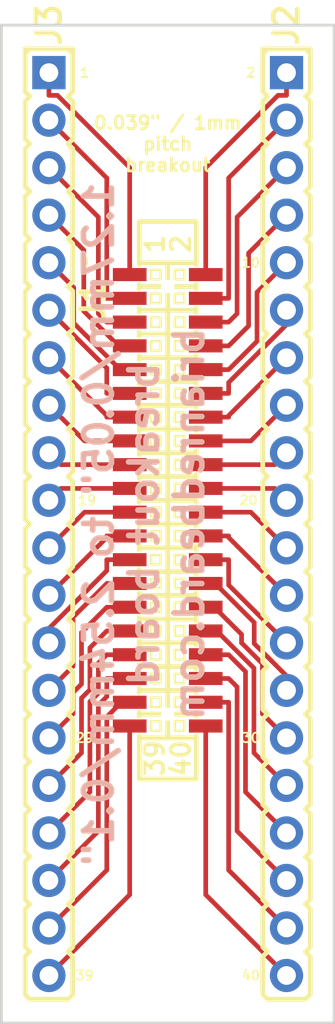
<source format=kicad_pcb>
(kicad_pcb (version 4) (host pcbnew 4.0.6)

  (general
    (links 40)
    (no_connects 0)
    (area 134.544999 79.991428 152.475001 134.695001)
    (thickness 1.6)
    (drawings 17)
    (tracks 141)
    (zones 0)
    (modules 3)
    (nets 41)
  )

  (page USLetter)
  (layers
    (0 F.Cu signal)
    (31 B.Cu signal)
    (32 B.Adhes user hide)
    (33 F.Adhes user hide)
    (34 B.Paste user hide)
    (35 F.Paste user hide)
    (36 B.SilkS user hide)
    (37 F.SilkS user)
    (38 B.Mask user hide)
    (39 F.Mask user hide)
    (40 Dwgs.User user hide)
    (41 Cmts.User user hide)
    (42 Eco1.User user hide)
    (43 Eco2.User user hide)
    (44 Edge.Cuts user)
    (45 Margin user hide)
    (46 B.CrtYd user hide)
    (47 F.CrtYd user hide)
    (48 B.Fab user hide)
    (49 F.Fab user hide)
  )

  (setup
    (last_trace_width 0.25)
    (trace_clearance 0.2)
    (zone_clearance 0.508)
    (zone_45_only no)
    (trace_min 0.2)
    (segment_width 0.2)
    (edge_width 0.15)
    (via_size 0.6)
    (via_drill 0.4)
    (via_min_size 0.4)
    (via_min_drill 0.3)
    (uvia_size 0.3)
    (uvia_drill 0.1)
    (uvias_allowed no)
    (uvia_min_size 0.2)
    (uvia_min_drill 0.1)
    (pcb_text_width 0.3)
    (pcb_text_size 1.5 1.5)
    (mod_edge_width 0.15)
    (mod_text_size 0.5 0.5)
    (mod_text_width 0.1)
    (pad_size 1.524 1.524)
    (pad_drill 0.762)
    (pad_to_mask_clearance 0.2)
    (aux_axis_origin 0 0)
    (visible_elements FFFFF75F)
    (pcbplotparams
      (layerselection 0x010f0_80000001)
      (usegerberextensions true)
      (excludeedgelayer true)
      (linewidth 0.100000)
      (plotframeref false)
      (viasonmask false)
      (mode 1)
      (useauxorigin false)
      (hpglpennumber 1)
      (hpglpenspeed 20)
      (hpglpendiameter 15)
      (hpglpenoverlay 2)
      (psnegative false)
      (psa4output false)
      (plotreference true)
      (plotvalue true)
      (plotinvisibletext false)
      (padsonsilk false)
      (subtractmaskfromsilk false)
      (outputformat 1)
      (mirror false)
      (drillshape 0)
      (scaleselection 1)
      (outputdirectory gerbers))
  )

  (net 0 "")
  (net 1 /A40)
  (net 2 /A20)
  (net 3 /A37)
  (net 4 /A38)
  (net 5 /A19)
  (net 6 /A39)
  (net 7 /A17)
  (net 8 /A31)
  (net 9 /A11)
  (net 10 /A12)
  (net 11 /A32)
  (net 12 /A13)
  (net 13 /A33)
  (net 14 /A35)
  (net 15 /A15)
  (net 16 /A34)
  (net 17 /A14)
  (net 18 /A16)
  (net 19 /A36)
  (net 20 /A30)
  (net 21 /A10)
  (net 22 /A8)
  (net 23 /A28)
  (net 24 /A9)
  (net 25 /A29)
  (net 26 /A27)
  (net 27 /A7)
  (net 28 /A26)
  (net 29 /A6)
  (net 30 /A1)
  (net 31 /A21)
  (net 32 /A2)
  (net 33 /A22)
  (net 34 /A3)
  (net 35 /A23)
  (net 36 /A4)
  (net 37 /A24)
  (net 38 /A5)
  (net 39 /A25)
  (net 40 /A18)

  (net_class Default "This is the default net class."
    (clearance 0.2)
    (trace_width 0.25)
    (via_dia 0.6)
    (via_drill 0.4)
    (uvia_dia 0.3)
    (uvia_drill 0.1)
    (add_net /A1)
    (add_net /A10)
    (add_net /A11)
    (add_net /A12)
    (add_net /A13)
    (add_net /A14)
    (add_net /A15)
    (add_net /A16)
    (add_net /A17)
    (add_net /A18)
    (add_net /A19)
    (add_net /A2)
    (add_net /A20)
    (add_net /A21)
    (add_net /A22)
    (add_net /A23)
    (add_net /A24)
    (add_net /A25)
    (add_net /A26)
    (add_net /A27)
    (add_net /A28)
    (add_net /A29)
    (add_net /A3)
    (add_net /A30)
    (add_net /A31)
    (add_net /A32)
    (add_net /A33)
    (add_net /A34)
    (add_net /A35)
    (add_net /A36)
    (add_net /A37)
    (add_net /A38)
    (add_net /A39)
    (add_net /A4)
    (add_net /A40)
    (add_net /A5)
    (add_net /A6)
    (add_net /A7)
    (add_net /A8)
    (add_net /A9)
  )

  (module OLIMEX_Connectors-FP:HN1x20 (layer F.Cu) (tedit 59C29A91) (tstamp 59C2F342)
    (at 149.86 107.95 270)
    (path /59C1F1B0)
    (solder_mask_margin 0.0508)
    (solder_paste_margin -0.0508)
    (attr smd)
    (fp_text reference J2 (at -26.67 0 270) (layer F.SilkS)
      (effects (font (size 1.27 1.27) (thickness 0.254)))
    )
    (fp_text value CONN_01X20 (at -13.97 2.54 270) (layer F.Fab)
      (effects (font (size 1.27 1.27) (thickness 0.254)))
    )
    (fp_line (start 15.494 1.27) (end 15.24 1.016) (layer F.SilkS) (width 0.254))
    (fp_line (start 15.24 -1.016) (end 15.494 -1.27) (layer F.SilkS) (width 0.254))
    (fp_line (start 15.494 -1.27) (end 17.526 -1.27) (layer F.SilkS) (width 0.254))
    (fp_line (start 20.066 -1.27) (end 20.32 -1.016) (layer F.SilkS) (width 0.254))
    (fp_line (start 17.526 1.27) (end 15.494 1.27) (layer F.SilkS) (width 0.254))
    (fp_line (start 20.32 1.016) (end 20.066 1.27) (layer F.SilkS) (width 0.254))
    (fp_line (start 18.034 -1.27) (end 20.066 -1.27) (layer F.SilkS) (width 0.254))
    (fp_line (start 17.78 -1.016) (end 18.034 -1.27) (layer F.SilkS) (width 0.254))
    (fp_line (start 20.066 1.27) (end 18.034 1.27) (layer F.SilkS) (width 0.254))
    (fp_line (start 17.78 1.016) (end 17.526 1.27) (layer F.SilkS) (width 0.254))
    (fp_line (start 18.034 1.27) (end 17.78 1.016) (layer F.SilkS) (width 0.254))
    (fp_line (start 17.526 -1.27) (end 17.78 -1.016) (layer F.SilkS) (width 0.254))
    (fp_line (start 20.066 -1.27) (end 20.32 -1.016) (layer F.SilkS) (width 0.254))
    (fp_line (start 20.32 1.016) (end 20.066 1.27) (layer F.SilkS) (width 0.254))
    (fp_line (start 20.066 1.27) (end 18.034 1.27) (layer F.SilkS) (width 0.254))
    (fp_line (start 18.034 -1.27) (end 20.066 -1.27) (layer F.SilkS) (width 0.254))
    (fp_line (start 17.78 -1.016) (end 18.034 -1.27) (layer F.SilkS) (width 0.254))
    (fp_line (start 18.034 1.27) (end 17.78 1.016) (layer F.SilkS) (width 0.254))
    (fp_line (start 23.114 1.27) (end 22.86 1.016) (layer F.SilkS) (width 0.254))
    (fp_line (start 22.86 -1.016) (end 23.114 -1.27) (layer F.SilkS) (width 0.254))
    (fp_line (start 23.114 -1.27) (end 25.146 -1.27) (layer F.SilkS) (width 0.254))
    (fp_line (start 25.146 1.27) (end 23.114 1.27) (layer F.SilkS) (width 0.254))
    (fp_line (start 25.4 1.016) (end 25.146 1.27) (layer F.SilkS) (width 0.254))
    (fp_line (start 25.146 -1.27) (end 25.4 -1.016) (layer F.SilkS) (width 0.254))
    (fp_line (start 22.606 -1.27) (end 22.86 -1.016) (layer F.SilkS) (width 0.254))
    (fp_line (start 23.114 1.27) (end 22.86 1.016) (layer F.SilkS) (width 0.254))
    (fp_line (start 22.86 1.016) (end 22.606 1.27) (layer F.SilkS) (width 0.254))
    (fp_line (start 25.146 1.27) (end 23.114 1.27) (layer F.SilkS) (width 0.254))
    (fp_line (start 22.86 -1.016) (end 23.114 -1.27) (layer F.SilkS) (width 0.254))
    (fp_line (start 23.114 -1.27) (end 25.146 -1.27) (layer F.SilkS) (width 0.254))
    (fp_line (start 25.4 -1.016) (end 25.4 1.016) (layer F.SilkS) (width 0.254))
    (fp_line (start 25.4 1.016) (end 25.146 1.27) (layer F.SilkS) (width 0.254))
    (fp_line (start 22.606 1.27) (end 20.574 1.27) (layer F.SilkS) (width 0.254))
    (fp_line (start 25.146 -1.27) (end 25.4 -1.016) (layer F.SilkS) (width 0.254))
    (fp_line (start 20.574 -1.27) (end 22.606 -1.27) (layer F.SilkS) (width 0.254))
    (fp_line (start 20.32 -1.016) (end 20.574 -1.27) (layer F.SilkS) (width 0.254))
    (fp_line (start 20.574 1.27) (end 20.32 1.016) (layer F.SilkS) (width 0.254))
    (fp_line (start 10.414 1.27) (end 10.16 1.016) (layer F.SilkS) (width 0.254))
    (fp_line (start 10.16 -1.016) (end 10.414 -1.27) (layer F.SilkS) (width 0.254))
    (fp_line (start 10.414 -1.27) (end 12.446 -1.27) (layer F.SilkS) (width 0.254))
    (fp_line (start 14.986 -1.27) (end 15.24 -1.016) (layer F.SilkS) (width 0.254))
    (fp_line (start 12.446 1.27) (end 10.414 1.27) (layer F.SilkS) (width 0.254))
    (fp_line (start 15.24 1.016) (end 14.986 1.27) (layer F.SilkS) (width 0.254))
    (fp_line (start 12.954 -1.27) (end 14.986 -1.27) (layer F.SilkS) (width 0.254))
    (fp_line (start 12.7 -1.016) (end 12.954 -1.27) (layer F.SilkS) (width 0.254))
    (fp_line (start 14.986 1.27) (end 12.954 1.27) (layer F.SilkS) (width 0.254))
    (fp_line (start 12.7 1.016) (end 12.446 1.27) (layer F.SilkS) (width 0.254))
    (fp_line (start 12.954 1.27) (end 12.7 1.016) (layer F.SilkS) (width 0.254))
    (fp_line (start 12.446 -1.27) (end 12.7 -1.016) (layer F.SilkS) (width 0.254))
    (fp_line (start 14.986 -1.27) (end 15.24 -1.016) (layer F.SilkS) (width 0.254))
    (fp_line (start 15.24 1.016) (end 14.986 1.27) (layer F.SilkS) (width 0.254))
    (fp_line (start 14.986 1.27) (end 12.954 1.27) (layer F.SilkS) (width 0.254))
    (fp_line (start 12.954 -1.27) (end 14.986 -1.27) (layer F.SilkS) (width 0.254))
    (fp_line (start 12.7 -1.016) (end 12.954 -1.27) (layer F.SilkS) (width 0.254))
    (fp_line (start 12.954 1.27) (end 12.7 1.016) (layer F.SilkS) (width 0.254))
    (fp_line (start 7.874 1.27) (end 7.62 1.016) (layer F.SilkS) (width 0.254))
    (fp_line (start 7.62 -1.016) (end 7.874 -1.27) (layer F.SilkS) (width 0.254))
    (fp_line (start 7.874 -1.27) (end 9.906 -1.27) (layer F.SilkS) (width 0.254))
    (fp_line (start 9.906 1.27) (end 7.874 1.27) (layer F.SilkS) (width 0.254))
    (fp_line (start 10.16 1.016) (end 9.906 1.27) (layer F.SilkS) (width 0.254))
    (fp_line (start 9.906 -1.27) (end 10.16 -1.016) (layer F.SilkS) (width 0.254))
    (fp_line (start 7.366 -1.27) (end 7.62 -1.016) (layer F.SilkS) (width 0.254))
    (fp_line (start 7.874 1.27) (end 7.62 1.016) (layer F.SilkS) (width 0.254))
    (fp_line (start 7.62 1.016) (end 7.366 1.27) (layer F.SilkS) (width 0.254))
    (fp_line (start 9.906 1.27) (end 7.874 1.27) (layer F.SilkS) (width 0.254))
    (fp_line (start 7.62 -1.016) (end 7.874 -1.27) (layer F.SilkS) (width 0.254))
    (fp_line (start 7.874 -1.27) (end 9.906 -1.27) (layer F.SilkS) (width 0.254))
    (fp_line (start 10.16 1.016) (end 9.906 1.27) (layer F.SilkS) (width 0.254))
    (fp_line (start 7.366 1.27) (end 5.334 1.27) (layer F.SilkS) (width 0.254))
    (fp_line (start 9.906 -1.27) (end 10.16 -1.016) (layer F.SilkS) (width 0.254))
    (fp_line (start 5.334 -1.27) (end 7.366 -1.27) (layer F.SilkS) (width 0.254))
    (fp_line (start 5.08 -1.016) (end 5.334 -1.27) (layer F.SilkS) (width 0.254))
    (fp_line (start 5.334 1.27) (end 5.08 1.016) (layer F.SilkS) (width 0.254))
    (fp_line (start 0.254 1.27) (end 0 1.016) (layer F.SilkS) (width 0.254))
    (fp_line (start 0 -1.016) (end 0.254 -1.27) (layer F.SilkS) (width 0.254))
    (fp_line (start 0.254 -1.27) (end 2.286 -1.27) (layer F.SilkS) (width 0.254))
    (fp_line (start 4.826 -1.27) (end 5.08 -1.016) (layer F.SilkS) (width 0.254))
    (fp_line (start 2.286 1.27) (end 0.254 1.27) (layer F.SilkS) (width 0.254))
    (fp_line (start 5.08 1.016) (end 4.826 1.27) (layer F.SilkS) (width 0.254))
    (fp_line (start 2.794 -1.27) (end 4.826 -1.27) (layer F.SilkS) (width 0.254))
    (fp_line (start 2.54 -1.016) (end 2.794 -1.27) (layer F.SilkS) (width 0.254))
    (fp_line (start 4.826 1.27) (end 2.794 1.27) (layer F.SilkS) (width 0.254))
    (fp_line (start 2.54 1.016) (end 2.286 1.27) (layer F.SilkS) (width 0.254))
    (fp_line (start 2.794 1.27) (end 2.54 1.016) (layer F.SilkS) (width 0.254))
    (fp_line (start 2.286 -1.27) (end 2.54 -1.016) (layer F.SilkS) (width 0.254))
    (fp_line (start 4.826 -1.27) (end 5.08 -1.016) (layer F.SilkS) (width 0.254))
    (fp_line (start 5.08 1.016) (end 4.826 1.27) (layer F.SilkS) (width 0.254))
    (fp_line (start 4.826 1.27) (end 2.794 1.27) (layer F.SilkS) (width 0.254))
    (fp_line (start 2.794 -1.27) (end 4.826 -1.27) (layer F.SilkS) (width 0.254))
    (fp_line (start 2.54 -1.016) (end 2.794 -1.27) (layer F.SilkS) (width 0.254))
    (fp_line (start 2.794 1.27) (end 2.54 1.016) (layer F.SilkS) (width 0.254))
    (fp_line (start -2.286 1.27) (end -2.54 1.016) (layer F.SilkS) (width 0.254))
    (fp_line (start -2.54 -1.016) (end -2.286 -1.27) (layer F.SilkS) (width 0.254))
    (fp_line (start -2.286 -1.27) (end -0.254 -1.27) (layer F.SilkS) (width 0.254))
    (fp_line (start -0.254 1.27) (end -2.286 1.27) (layer F.SilkS) (width 0.254))
    (fp_line (start 0 1.016) (end -0.254 1.27) (layer F.SilkS) (width 0.254))
    (fp_line (start -0.254 -1.27) (end 0 -1.016) (layer F.SilkS) (width 0.254))
    (fp_line (start -2.794 -1.27) (end -2.54 -1.016) (layer F.SilkS) (width 0.254))
    (fp_line (start -2.286 1.27) (end -2.54 1.016) (layer F.SilkS) (width 0.254))
    (fp_line (start -2.54 1.016) (end -2.794 1.27) (layer F.SilkS) (width 0.254))
    (fp_line (start -0.254 1.27) (end -2.286 1.27) (layer F.SilkS) (width 0.254))
    (fp_line (start -2.54 -1.016) (end -2.286 -1.27) (layer F.SilkS) (width 0.254))
    (fp_line (start -2.286 -1.27) (end -0.254 -1.27) (layer F.SilkS) (width 0.254))
    (fp_line (start 0 1.016) (end -0.254 1.27) (layer F.SilkS) (width 0.254))
    (fp_line (start -2.794 1.27) (end -4.826 1.27) (layer F.SilkS) (width 0.254))
    (fp_line (start -0.254 -1.27) (end 0 -1.016) (layer F.SilkS) (width 0.254))
    (fp_line (start -4.826 -1.27) (end -2.794 -1.27) (layer F.SilkS) (width 0.254))
    (fp_line (start -5.08 -1.016) (end -4.826 -1.27) (layer F.SilkS) (width 0.254))
    (fp_line (start -4.826 1.27) (end -5.08 1.016) (layer F.SilkS) (width 0.254))
    (fp_line (start -9.906 1.27) (end -10.16 1.016) (layer F.SilkS) (width 0.254))
    (fp_line (start -10.16 -1.016) (end -9.906 -1.27) (layer F.SilkS) (width 0.254))
    (fp_line (start -9.906 -1.27) (end -7.874 -1.27) (layer F.SilkS) (width 0.254))
    (fp_line (start -5.334 -1.27) (end -5.08 -1.016) (layer F.SilkS) (width 0.254))
    (fp_line (start -7.874 1.27) (end -9.906 1.27) (layer F.SilkS) (width 0.254))
    (fp_line (start -5.08 1.016) (end -5.334 1.27) (layer F.SilkS) (width 0.254))
    (fp_line (start -7.366 -1.27) (end -5.334 -1.27) (layer F.SilkS) (width 0.254))
    (fp_line (start -7.62 -1.016) (end -7.366 -1.27) (layer F.SilkS) (width 0.254))
    (fp_line (start -5.334 1.27) (end -7.366 1.27) (layer F.SilkS) (width 0.254))
    (fp_line (start -7.62 1.016) (end -7.874 1.27) (layer F.SilkS) (width 0.254))
    (fp_line (start -7.366 1.27) (end -7.62 1.016) (layer F.SilkS) (width 0.254))
    (fp_line (start -7.874 -1.27) (end -7.62 -1.016) (layer F.SilkS) (width 0.254))
    (fp_line (start -5.334 -1.27) (end -5.08 -1.016) (layer F.SilkS) (width 0.254))
    (fp_line (start -5.08 1.016) (end -5.334 1.27) (layer F.SilkS) (width 0.254))
    (fp_line (start -5.334 1.27) (end -7.366 1.27) (layer F.SilkS) (width 0.254))
    (fp_line (start -7.366 -1.27) (end -5.334 -1.27) (layer F.SilkS) (width 0.254))
    (fp_line (start -7.62 -1.016) (end -7.366 -1.27) (layer F.SilkS) (width 0.254))
    (fp_line (start -7.366 1.27) (end -7.62 1.016) (layer F.SilkS) (width 0.254))
    (fp_line (start -12.446 1.27) (end -12.7 1.016) (layer F.SilkS) (width 0.254))
    (fp_line (start -12.7 -1.016) (end -12.446 -1.27) (layer F.SilkS) (width 0.254))
    (fp_line (start -12.446 -1.27) (end -10.414 -1.27) (layer F.SilkS) (width 0.254))
    (fp_line (start -10.414 1.27) (end -12.446 1.27) (layer F.SilkS) (width 0.254))
    (fp_line (start -10.16 1.016) (end -10.414 1.27) (layer F.SilkS) (width 0.254))
    (fp_line (start -10.414 -1.27) (end -10.16 -1.016) (layer F.SilkS) (width 0.254))
    (fp_line (start -12.954 -1.27) (end -12.7 -1.016) (layer F.SilkS) (width 0.254))
    (fp_line (start -12.446 1.27) (end -12.7 1.016) (layer F.SilkS) (width 0.254))
    (fp_line (start -12.7 1.016) (end -12.954 1.27) (layer F.SilkS) (width 0.254))
    (fp_line (start -10.414 1.27) (end -12.446 1.27) (layer F.SilkS) (width 0.254))
    (fp_line (start -12.7 -1.016) (end -12.446 -1.27) (layer F.SilkS) (width 0.254))
    (fp_line (start -12.446 -1.27) (end -10.414 -1.27) (layer F.SilkS) (width 0.254))
    (fp_line (start -10.16 1.016) (end -10.414 1.27) (layer F.SilkS) (width 0.254))
    (fp_line (start -17.526 1.27) (end -17.78 1.016) (layer F.SilkS) (width 0.254))
    (fp_line (start -12.954 1.27) (end -14.986 1.27) (layer F.SilkS) (width 0.254))
    (fp_line (start -10.414 -1.27) (end -10.16 -1.016) (layer F.SilkS) (width 0.254))
    (fp_line (start -14.986 -1.27) (end -12.954 -1.27) (layer F.SilkS) (width 0.254))
    (fp_line (start -15.24 -1.016) (end -14.986 -1.27) (layer F.SilkS) (width 0.254))
    (fp_line (start -25.4 -1.27) (end -25.146 -1.27) (layer F.SilkS) (width 0.254))
    (fp_line (start -25.146 -1.27) (end -23.114 -1.27) (layer F.SilkS) (width 0.254))
    (fp_line (start -23.114 -1.27) (end -22.86 -1.016) (layer F.SilkS) (width 0.254))
    (fp_line (start -22.86 -1.016) (end -22.606 -1.27) (layer F.SilkS) (width 0.254))
    (fp_line (start -22.606 -1.27) (end -20.574 -1.27) (layer F.SilkS) (width 0.254))
    (fp_line (start -20.574 -1.27) (end -20.32 -1.016) (layer F.SilkS) (width 0.254))
    (fp_line (start -20.32 -1.016) (end -20.066 -1.27) (layer F.SilkS) (width 0.254))
    (fp_line (start -20.066 -1.27) (end -18.034 -1.27) (layer F.SilkS) (width 0.254))
    (fp_line (start -18.034 -1.27) (end -17.78 -1.016) (layer F.SilkS) (width 0.254))
    (fp_line (start -17.78 -1.016) (end -17.526 -1.27) (layer F.SilkS) (width 0.254))
    (fp_line (start -17.526 -1.27) (end -15.494 -1.27) (layer F.SilkS) (width 0.254))
    (fp_line (start -15.494 -1.27) (end -15.24 -1.016) (layer F.SilkS) (width 0.254))
    (fp_line (start -15.24 1.016) (end -15.494 1.27) (layer F.SilkS) (width 0.254))
    (fp_line (start -15.494 1.27) (end -17.526 1.27) (layer F.SilkS) (width 0.254))
    (fp_line (start -14.986 1.27) (end -15.24 1.016) (layer F.SilkS) (width 0.254))
    (fp_line (start -17.78 1.016) (end -18.034 1.27) (layer F.SilkS) (width 0.254))
    (fp_line (start -18.034 1.27) (end -20.066 1.27) (layer F.SilkS) (width 0.254))
    (fp_line (start -25.4 -1.016) (end -25.146 -1.27) (layer F.SilkS) (width 0.254))
    (fp_line (start -25.146 1.27) (end -25.4 1.016) (layer F.SilkS) (width 0.254))
    (fp_line (start -24.892 1.27) (end -25.4 1.27) (layer F.SilkS) (width 0.254))
    (fp_line (start -20.574 1.27) (end -22.606 1.27) (layer F.SilkS) (width 0.254))
    (fp_line (start -22.606 1.27) (end -22.86 1.016) (layer F.SilkS) (width 0.254))
    (fp_line (start -22.86 1.016) (end -23.114 1.27) (layer F.SilkS) (width 0.254))
    (fp_line (start -23.114 1.27) (end -24.892 1.27) (layer F.SilkS) (width 0.254))
    (fp_line (start -20.574 1.27) (end -20.32 1.016) (layer F.SilkS) (width 0.254))
    (fp_line (start -20.32 1.016) (end -20.066 1.27) (layer F.SilkS) (width 0.254))
    (fp_line (start -25.4 -1.27) (end -25.4 1.27) (layer F.SilkS) (width 0.254))
    (pad 17 thru_hole circle (at 16.51 0 270) (size 1.778 1.778) (drill 1) (layers *.Cu *.Mask)
      (net 3 /A37))
    (pad 18 thru_hole circle (at 19.05 0 270) (size 1.778 1.778) (drill 1) (layers *.Cu *.Mask)
      (net 4 /A38))
    (pad 20 thru_hole circle (at 24.13 0 270) (size 1.778 1.778) (drill 1) (layers *.Cu *.Mask)
      (net 1 /A40))
    (pad 19 thru_hole circle (at 21.59 0 270) (size 1.778 1.778) (drill 1) (layers *.Cu *.Mask)
      (net 6 /A39))
    (pad 15 thru_hole circle (at 11.43 0 270) (size 1.778 1.778) (drill 1) (layers *.Cu *.Mask)
      (net 14 /A35))
    (pad 16 thru_hole circle (at 13.97 0 270) (size 1.778 1.778) (drill 1) (layers *.Cu *.Mask)
      (net 19 /A36))
    (pad 14 thru_hole circle (at 8.89 0 270) (size 1.778 1.778) (drill 1) (layers *.Cu *.Mask)
      (net 16 /A34))
    (pad 13 thru_hole circle (at 6.35 0 270) (size 1.778 1.778) (drill 1) (layers *.Cu *.Mask)
      (net 13 /A33))
    (pad 11 thru_hole circle (at 1.27 0 270) (size 1.778 1.778) (drill 1) (layers *.Cu *.Mask)
      (net 8 /A31))
    (pad 12 thru_hole circle (at 3.81 0 270) (size 1.778 1.778) (drill 1) (layers *.Cu *.Mask)
      (net 11 /A32))
    (pad 10 thru_hole circle (at -1.27 0 270) (size 1.778 1.778) (drill 1) (layers *.Cu *.Mask)
      (net 20 /A30))
    (pad 9 thru_hole circle (at -3.81 0 270) (size 1.778 1.778) (drill 1) (layers *.Cu *.Mask)
      (net 25 /A29))
    (pad 7 thru_hole circle (at -8.89 0 270) (size 1.778 1.778) (drill 1) (layers *.Cu *.Mask)
      (net 26 /A27))
    (pad 8 thru_hole circle (at -6.35 0 270) (size 1.778 1.778) (drill 1) (layers *.Cu *.Mask)
      (net 23 /A28))
    (pad 6 thru_hole circle (at -11.43 0 270) (size 1.778 1.778) (drill 1) (layers *.Cu *.Mask)
      (net 28 /A26))
    (pad 5 thru_hole circle (at -13.97 0 270) (size 1.778 1.778) (drill 1) (layers *.Cu *.Mask)
      (net 39 /A25))
    (pad 1 thru_hole rect (at -24.13 0 270) (size 1.778 1.778) (drill 1) (layers *.Cu *.Mask)
      (net 31 /A21))
    (pad 2 thru_hole circle (at -21.59 0 270) (size 1.778 1.778) (drill 1) (layers *.Cu *.Mask)
      (net 33 /A22))
    (pad 3 thru_hole circle (at -19.05 0 270) (size 1.778 1.778) (drill 1) (layers *.Cu *.Mask)
      (net 35 /A23))
    (pad 4 thru_hole circle (at -16.51 0 270) (size 1.778 1.778) (drill 1) (layers *.Cu *.Mask)
      (net 37 /A24))
  )

  (module OLIMEX_Connectors-FP:HN1x20 (layer F.Cu) (tedit 59C29A8B) (tstamp 59C2F406)
    (at 137.16 107.95 270)
    (path /59C1F22F)
    (solder_mask_margin 0.0508)
    (solder_paste_margin -0.0508)
    (attr smd)
    (fp_text reference J3 (at -26.67 0 270) (layer F.SilkS)
      (effects (font (size 1.27 1.27) (thickness 0.254)))
    )
    (fp_text value CONN_01X20 (at -13.97 -2.54 270) (layer F.Fab)
      (effects (font (size 1.27 1.27) (thickness 0.254)))
    )
    (fp_line (start 15.494 1.27) (end 15.24 1.016) (layer F.SilkS) (width 0.254))
    (fp_line (start 15.24 -1.016) (end 15.494 -1.27) (layer F.SilkS) (width 0.254))
    (fp_line (start 15.494 -1.27) (end 17.526 -1.27) (layer F.SilkS) (width 0.254))
    (fp_line (start 20.066 -1.27) (end 20.32 -1.016) (layer F.SilkS) (width 0.254))
    (fp_line (start 17.526 1.27) (end 15.494 1.27) (layer F.SilkS) (width 0.254))
    (fp_line (start 20.32 1.016) (end 20.066 1.27) (layer F.SilkS) (width 0.254))
    (fp_line (start 18.034 -1.27) (end 20.066 -1.27) (layer F.SilkS) (width 0.254))
    (fp_line (start 17.78 -1.016) (end 18.034 -1.27) (layer F.SilkS) (width 0.254))
    (fp_line (start 20.066 1.27) (end 18.034 1.27) (layer F.SilkS) (width 0.254))
    (fp_line (start 17.78 1.016) (end 17.526 1.27) (layer F.SilkS) (width 0.254))
    (fp_line (start 18.034 1.27) (end 17.78 1.016) (layer F.SilkS) (width 0.254))
    (fp_line (start 17.526 -1.27) (end 17.78 -1.016) (layer F.SilkS) (width 0.254))
    (fp_line (start 20.066 -1.27) (end 20.32 -1.016) (layer F.SilkS) (width 0.254))
    (fp_line (start 20.32 1.016) (end 20.066 1.27) (layer F.SilkS) (width 0.254))
    (fp_line (start 20.066 1.27) (end 18.034 1.27) (layer F.SilkS) (width 0.254))
    (fp_line (start 18.034 -1.27) (end 20.066 -1.27) (layer F.SilkS) (width 0.254))
    (fp_line (start 17.78 -1.016) (end 18.034 -1.27) (layer F.SilkS) (width 0.254))
    (fp_line (start 18.034 1.27) (end 17.78 1.016) (layer F.SilkS) (width 0.254))
    (fp_line (start 23.114 1.27) (end 22.86 1.016) (layer F.SilkS) (width 0.254))
    (fp_line (start 22.86 -1.016) (end 23.114 -1.27) (layer F.SilkS) (width 0.254))
    (fp_line (start 23.114 -1.27) (end 25.146 -1.27) (layer F.SilkS) (width 0.254))
    (fp_line (start 25.146 1.27) (end 23.114 1.27) (layer F.SilkS) (width 0.254))
    (fp_line (start 25.4 1.016) (end 25.146 1.27) (layer F.SilkS) (width 0.254))
    (fp_line (start 25.146 -1.27) (end 25.4 -1.016) (layer F.SilkS) (width 0.254))
    (fp_line (start 22.606 -1.27) (end 22.86 -1.016) (layer F.SilkS) (width 0.254))
    (fp_line (start 23.114 1.27) (end 22.86 1.016) (layer F.SilkS) (width 0.254))
    (fp_line (start 22.86 1.016) (end 22.606 1.27) (layer F.SilkS) (width 0.254))
    (fp_line (start 25.146 1.27) (end 23.114 1.27) (layer F.SilkS) (width 0.254))
    (fp_line (start 22.86 -1.016) (end 23.114 -1.27) (layer F.SilkS) (width 0.254))
    (fp_line (start 23.114 -1.27) (end 25.146 -1.27) (layer F.SilkS) (width 0.254))
    (fp_line (start 25.4 -1.016) (end 25.4 1.016) (layer F.SilkS) (width 0.254))
    (fp_line (start 25.4 1.016) (end 25.146 1.27) (layer F.SilkS) (width 0.254))
    (fp_line (start 22.606 1.27) (end 20.574 1.27) (layer F.SilkS) (width 0.254))
    (fp_line (start 25.146 -1.27) (end 25.4 -1.016) (layer F.SilkS) (width 0.254))
    (fp_line (start 20.574 -1.27) (end 22.606 -1.27) (layer F.SilkS) (width 0.254))
    (fp_line (start 20.32 -1.016) (end 20.574 -1.27) (layer F.SilkS) (width 0.254))
    (fp_line (start 20.574 1.27) (end 20.32 1.016) (layer F.SilkS) (width 0.254))
    (fp_line (start 10.414 1.27) (end 10.16 1.016) (layer F.SilkS) (width 0.254))
    (fp_line (start 10.16 -1.016) (end 10.414 -1.27) (layer F.SilkS) (width 0.254))
    (fp_line (start 10.414 -1.27) (end 12.446 -1.27) (layer F.SilkS) (width 0.254))
    (fp_line (start 14.986 -1.27) (end 15.24 -1.016) (layer F.SilkS) (width 0.254))
    (fp_line (start 12.446 1.27) (end 10.414 1.27) (layer F.SilkS) (width 0.254))
    (fp_line (start 15.24 1.016) (end 14.986 1.27) (layer F.SilkS) (width 0.254))
    (fp_line (start 12.954 -1.27) (end 14.986 -1.27) (layer F.SilkS) (width 0.254))
    (fp_line (start 12.7 -1.016) (end 12.954 -1.27) (layer F.SilkS) (width 0.254))
    (fp_line (start 14.986 1.27) (end 12.954 1.27) (layer F.SilkS) (width 0.254))
    (fp_line (start 12.7 1.016) (end 12.446 1.27) (layer F.SilkS) (width 0.254))
    (fp_line (start 12.954 1.27) (end 12.7 1.016) (layer F.SilkS) (width 0.254))
    (fp_line (start 12.446 -1.27) (end 12.7 -1.016) (layer F.SilkS) (width 0.254))
    (fp_line (start 14.986 -1.27) (end 15.24 -1.016) (layer F.SilkS) (width 0.254))
    (fp_line (start 15.24 1.016) (end 14.986 1.27) (layer F.SilkS) (width 0.254))
    (fp_line (start 14.986 1.27) (end 12.954 1.27) (layer F.SilkS) (width 0.254))
    (fp_line (start 12.954 -1.27) (end 14.986 -1.27) (layer F.SilkS) (width 0.254))
    (fp_line (start 12.7 -1.016) (end 12.954 -1.27) (layer F.SilkS) (width 0.254))
    (fp_line (start 12.954 1.27) (end 12.7 1.016) (layer F.SilkS) (width 0.254))
    (fp_line (start 7.874 1.27) (end 7.62 1.016) (layer F.SilkS) (width 0.254))
    (fp_line (start 7.62 -1.016) (end 7.874 -1.27) (layer F.SilkS) (width 0.254))
    (fp_line (start 7.874 -1.27) (end 9.906 -1.27) (layer F.SilkS) (width 0.254))
    (fp_line (start 9.906 1.27) (end 7.874 1.27) (layer F.SilkS) (width 0.254))
    (fp_line (start 10.16 1.016) (end 9.906 1.27) (layer F.SilkS) (width 0.254))
    (fp_line (start 9.906 -1.27) (end 10.16 -1.016) (layer F.SilkS) (width 0.254))
    (fp_line (start 7.366 -1.27) (end 7.62 -1.016) (layer F.SilkS) (width 0.254))
    (fp_line (start 7.874 1.27) (end 7.62 1.016) (layer F.SilkS) (width 0.254))
    (fp_line (start 7.62 1.016) (end 7.366 1.27) (layer F.SilkS) (width 0.254))
    (fp_line (start 9.906 1.27) (end 7.874 1.27) (layer F.SilkS) (width 0.254))
    (fp_line (start 7.62 -1.016) (end 7.874 -1.27) (layer F.SilkS) (width 0.254))
    (fp_line (start 7.874 -1.27) (end 9.906 -1.27) (layer F.SilkS) (width 0.254))
    (fp_line (start 10.16 1.016) (end 9.906 1.27) (layer F.SilkS) (width 0.254))
    (fp_line (start 7.366 1.27) (end 5.334 1.27) (layer F.SilkS) (width 0.254))
    (fp_line (start 9.906 -1.27) (end 10.16 -1.016) (layer F.SilkS) (width 0.254))
    (fp_line (start 5.334 -1.27) (end 7.366 -1.27) (layer F.SilkS) (width 0.254))
    (fp_line (start 5.08 -1.016) (end 5.334 -1.27) (layer F.SilkS) (width 0.254))
    (fp_line (start 5.334 1.27) (end 5.08 1.016) (layer F.SilkS) (width 0.254))
    (fp_line (start 0.254 1.27) (end 0 1.016) (layer F.SilkS) (width 0.254))
    (fp_line (start 0 -1.016) (end 0.254 -1.27) (layer F.SilkS) (width 0.254))
    (fp_line (start 0.254 -1.27) (end 2.286 -1.27) (layer F.SilkS) (width 0.254))
    (fp_line (start 4.826 -1.27) (end 5.08 -1.016) (layer F.SilkS) (width 0.254))
    (fp_line (start 2.286 1.27) (end 0.254 1.27) (layer F.SilkS) (width 0.254))
    (fp_line (start 5.08 1.016) (end 4.826 1.27) (layer F.SilkS) (width 0.254))
    (fp_line (start 2.794 -1.27) (end 4.826 -1.27) (layer F.SilkS) (width 0.254))
    (fp_line (start 2.54 -1.016) (end 2.794 -1.27) (layer F.SilkS) (width 0.254))
    (fp_line (start 4.826 1.27) (end 2.794 1.27) (layer F.SilkS) (width 0.254))
    (fp_line (start 2.54 1.016) (end 2.286 1.27) (layer F.SilkS) (width 0.254))
    (fp_line (start 2.794 1.27) (end 2.54 1.016) (layer F.SilkS) (width 0.254))
    (fp_line (start 2.286 -1.27) (end 2.54 -1.016) (layer F.SilkS) (width 0.254))
    (fp_line (start 4.826 -1.27) (end 5.08 -1.016) (layer F.SilkS) (width 0.254))
    (fp_line (start 5.08 1.016) (end 4.826 1.27) (layer F.SilkS) (width 0.254))
    (fp_line (start 4.826 1.27) (end 2.794 1.27) (layer F.SilkS) (width 0.254))
    (fp_line (start 2.794 -1.27) (end 4.826 -1.27) (layer F.SilkS) (width 0.254))
    (fp_line (start 2.54 -1.016) (end 2.794 -1.27) (layer F.SilkS) (width 0.254))
    (fp_line (start 2.794 1.27) (end 2.54 1.016) (layer F.SilkS) (width 0.254))
    (fp_line (start -2.286 1.27) (end -2.54 1.016) (layer F.SilkS) (width 0.254))
    (fp_line (start -2.54 -1.016) (end -2.286 -1.27) (layer F.SilkS) (width 0.254))
    (fp_line (start -2.286 -1.27) (end -0.254 -1.27) (layer F.SilkS) (width 0.254))
    (fp_line (start -0.254 1.27) (end -2.286 1.27) (layer F.SilkS) (width 0.254))
    (fp_line (start 0 1.016) (end -0.254 1.27) (layer F.SilkS) (width 0.254))
    (fp_line (start -0.254 -1.27) (end 0 -1.016) (layer F.SilkS) (width 0.254))
    (fp_line (start -2.794 -1.27) (end -2.54 -1.016) (layer F.SilkS) (width 0.254))
    (fp_line (start -2.286 1.27) (end -2.54 1.016) (layer F.SilkS) (width 0.254))
    (fp_line (start -2.54 1.016) (end -2.794 1.27) (layer F.SilkS) (width 0.254))
    (fp_line (start -0.254 1.27) (end -2.286 1.27) (layer F.SilkS) (width 0.254))
    (fp_line (start -2.54 -1.016) (end -2.286 -1.27) (layer F.SilkS) (width 0.254))
    (fp_line (start -2.286 -1.27) (end -0.254 -1.27) (layer F.SilkS) (width 0.254))
    (fp_line (start 0 1.016) (end -0.254 1.27) (layer F.SilkS) (width 0.254))
    (fp_line (start -2.794 1.27) (end -4.826 1.27) (layer F.SilkS) (width 0.254))
    (fp_line (start -0.254 -1.27) (end 0 -1.016) (layer F.SilkS) (width 0.254))
    (fp_line (start -4.826 -1.27) (end -2.794 -1.27) (layer F.SilkS) (width 0.254))
    (fp_line (start -5.08 -1.016) (end -4.826 -1.27) (layer F.SilkS) (width 0.254))
    (fp_line (start -4.826 1.27) (end -5.08 1.016) (layer F.SilkS) (width 0.254))
    (fp_line (start -9.906 1.27) (end -10.16 1.016) (layer F.SilkS) (width 0.254))
    (fp_line (start -10.16 -1.016) (end -9.906 -1.27) (layer F.SilkS) (width 0.254))
    (fp_line (start -9.906 -1.27) (end -7.874 -1.27) (layer F.SilkS) (width 0.254))
    (fp_line (start -5.334 -1.27) (end -5.08 -1.016) (layer F.SilkS) (width 0.254))
    (fp_line (start -7.874 1.27) (end -9.906 1.27) (layer F.SilkS) (width 0.254))
    (fp_line (start -5.08 1.016) (end -5.334 1.27) (layer F.SilkS) (width 0.254))
    (fp_line (start -7.366 -1.27) (end -5.334 -1.27) (layer F.SilkS) (width 0.254))
    (fp_line (start -7.62 -1.016) (end -7.366 -1.27) (layer F.SilkS) (width 0.254))
    (fp_line (start -5.334 1.27) (end -7.366 1.27) (layer F.SilkS) (width 0.254))
    (fp_line (start -7.62 1.016) (end -7.874 1.27) (layer F.SilkS) (width 0.254))
    (fp_line (start -7.366 1.27) (end -7.62 1.016) (layer F.SilkS) (width 0.254))
    (fp_line (start -7.874 -1.27) (end -7.62 -1.016) (layer F.SilkS) (width 0.254))
    (fp_line (start -5.334 -1.27) (end -5.08 -1.016) (layer F.SilkS) (width 0.254))
    (fp_line (start -5.08 1.016) (end -5.334 1.27) (layer F.SilkS) (width 0.254))
    (fp_line (start -5.334 1.27) (end -7.366 1.27) (layer F.SilkS) (width 0.254))
    (fp_line (start -7.366 -1.27) (end -5.334 -1.27) (layer F.SilkS) (width 0.254))
    (fp_line (start -7.62 -1.016) (end -7.366 -1.27) (layer F.SilkS) (width 0.254))
    (fp_line (start -7.366 1.27) (end -7.62 1.016) (layer F.SilkS) (width 0.254))
    (fp_line (start -12.446 1.27) (end -12.7 1.016) (layer F.SilkS) (width 0.254))
    (fp_line (start -12.7 -1.016) (end -12.446 -1.27) (layer F.SilkS) (width 0.254))
    (fp_line (start -12.446 -1.27) (end -10.414 -1.27) (layer F.SilkS) (width 0.254))
    (fp_line (start -10.414 1.27) (end -12.446 1.27) (layer F.SilkS) (width 0.254))
    (fp_line (start -10.16 1.016) (end -10.414 1.27) (layer F.SilkS) (width 0.254))
    (fp_line (start -10.414 -1.27) (end -10.16 -1.016) (layer F.SilkS) (width 0.254))
    (fp_line (start -12.954 -1.27) (end -12.7 -1.016) (layer F.SilkS) (width 0.254))
    (fp_line (start -12.446 1.27) (end -12.7 1.016) (layer F.SilkS) (width 0.254))
    (fp_line (start -12.7 1.016) (end -12.954 1.27) (layer F.SilkS) (width 0.254))
    (fp_line (start -10.414 1.27) (end -12.446 1.27) (layer F.SilkS) (width 0.254))
    (fp_line (start -12.7 -1.016) (end -12.446 -1.27) (layer F.SilkS) (width 0.254))
    (fp_line (start -12.446 -1.27) (end -10.414 -1.27) (layer F.SilkS) (width 0.254))
    (fp_line (start -10.16 1.016) (end -10.414 1.27) (layer F.SilkS) (width 0.254))
    (fp_line (start -17.526 1.27) (end -17.78 1.016) (layer F.SilkS) (width 0.254))
    (fp_line (start -12.954 1.27) (end -14.986 1.27) (layer F.SilkS) (width 0.254))
    (fp_line (start -10.414 -1.27) (end -10.16 -1.016) (layer F.SilkS) (width 0.254))
    (fp_line (start -14.986 -1.27) (end -12.954 -1.27) (layer F.SilkS) (width 0.254))
    (fp_line (start -15.24 -1.016) (end -14.986 -1.27) (layer F.SilkS) (width 0.254))
    (fp_line (start -25.4 -1.27) (end -25.146 -1.27) (layer F.SilkS) (width 0.254))
    (fp_line (start -25.146 -1.27) (end -23.114 -1.27) (layer F.SilkS) (width 0.254))
    (fp_line (start -23.114 -1.27) (end -22.86 -1.016) (layer F.SilkS) (width 0.254))
    (fp_line (start -22.86 -1.016) (end -22.606 -1.27) (layer F.SilkS) (width 0.254))
    (fp_line (start -22.606 -1.27) (end -20.574 -1.27) (layer F.SilkS) (width 0.254))
    (fp_line (start -20.574 -1.27) (end -20.32 -1.016) (layer F.SilkS) (width 0.254))
    (fp_line (start -20.32 -1.016) (end -20.066 -1.27) (layer F.SilkS) (width 0.254))
    (fp_line (start -20.066 -1.27) (end -18.034 -1.27) (layer F.SilkS) (width 0.254))
    (fp_line (start -18.034 -1.27) (end -17.78 -1.016) (layer F.SilkS) (width 0.254))
    (fp_line (start -17.78 -1.016) (end -17.526 -1.27) (layer F.SilkS) (width 0.254))
    (fp_line (start -17.526 -1.27) (end -15.494 -1.27) (layer F.SilkS) (width 0.254))
    (fp_line (start -15.494 -1.27) (end -15.24 -1.016) (layer F.SilkS) (width 0.254))
    (fp_line (start -15.24 1.016) (end -15.494 1.27) (layer F.SilkS) (width 0.254))
    (fp_line (start -15.494 1.27) (end -17.526 1.27) (layer F.SilkS) (width 0.254))
    (fp_line (start -14.986 1.27) (end -15.24 1.016) (layer F.SilkS) (width 0.254))
    (fp_line (start -17.78 1.016) (end -18.034 1.27) (layer F.SilkS) (width 0.254))
    (fp_line (start -18.034 1.27) (end -20.066 1.27) (layer F.SilkS) (width 0.254))
    (fp_line (start -25.4 -1.016) (end -25.146 -1.27) (layer F.SilkS) (width 0.254))
    (fp_line (start -25.146 1.27) (end -25.4 1.016) (layer F.SilkS) (width 0.254))
    (fp_line (start -24.892 1.27) (end -25.4 1.27) (layer F.SilkS) (width 0.254))
    (fp_line (start -20.574 1.27) (end -22.606 1.27) (layer F.SilkS) (width 0.254))
    (fp_line (start -22.606 1.27) (end -22.86 1.016) (layer F.SilkS) (width 0.254))
    (fp_line (start -22.86 1.016) (end -23.114 1.27) (layer F.SilkS) (width 0.254))
    (fp_line (start -23.114 1.27) (end -24.892 1.27) (layer F.SilkS) (width 0.254))
    (fp_line (start -20.574 1.27) (end -20.32 1.016) (layer F.SilkS) (width 0.254))
    (fp_line (start -20.32 1.016) (end -20.066 1.27) (layer F.SilkS) (width 0.254))
    (fp_line (start -25.4 -1.27) (end -25.4 1.27) (layer F.SilkS) (width 0.254))
    (pad 17 thru_hole circle (at 16.51 0 270) (size 1.778 1.778) (drill 1) (layers *.Cu *.Mask)
      (net 7 /A17))
    (pad 18 thru_hole circle (at 19.05 0 270) (size 1.778 1.778) (drill 1) (layers *.Cu *.Mask)
      (net 40 /A18))
    (pad 20 thru_hole circle (at 24.13 0 270) (size 1.778 1.778) (drill 1) (layers *.Cu *.Mask)
      (net 2 /A20))
    (pad 19 thru_hole circle (at 21.59 0 270) (size 1.778 1.778) (drill 1) (layers *.Cu *.Mask)
      (net 5 /A19))
    (pad 15 thru_hole circle (at 11.43 0 270) (size 1.778 1.778) (drill 1) (layers *.Cu *.Mask)
      (net 15 /A15))
    (pad 16 thru_hole circle (at 13.97 0 270) (size 1.778 1.778) (drill 1) (layers *.Cu *.Mask)
      (net 18 /A16))
    (pad 14 thru_hole circle (at 8.89 0 270) (size 1.778 1.778) (drill 1) (layers *.Cu *.Mask)
      (net 17 /A14))
    (pad 13 thru_hole circle (at 6.35 0 270) (size 1.778 1.778) (drill 1) (layers *.Cu *.Mask)
      (net 12 /A13))
    (pad 11 thru_hole circle (at 1.27 0 270) (size 1.778 1.778) (drill 1) (layers *.Cu *.Mask)
      (net 9 /A11))
    (pad 12 thru_hole circle (at 3.81 0 270) (size 1.778 1.778) (drill 1) (layers *.Cu *.Mask)
      (net 10 /A12))
    (pad 10 thru_hole circle (at -1.27 0 270) (size 1.778 1.778) (drill 1) (layers *.Cu *.Mask)
      (net 21 /A10))
    (pad 9 thru_hole circle (at -3.81 0 270) (size 1.778 1.778) (drill 1) (layers *.Cu *.Mask)
      (net 24 /A9))
    (pad 7 thru_hole circle (at -8.89 0 270) (size 1.778 1.778) (drill 1) (layers *.Cu *.Mask)
      (net 27 /A7))
    (pad 8 thru_hole circle (at -6.35 0 270) (size 1.778 1.778) (drill 1) (layers *.Cu *.Mask)
      (net 22 /A8))
    (pad 6 thru_hole circle (at -11.43 0 270) (size 1.778 1.778) (drill 1) (layers *.Cu *.Mask)
      (net 29 /A6))
    (pad 5 thru_hole circle (at -13.97 0 270) (size 1.778 1.778) (drill 1) (layers *.Cu *.Mask)
      (net 38 /A5))
    (pad 1 thru_hole rect (at -24.13 0 270) (size 1.778 1.778) (drill 1) (layers *.Cu *.Mask)
      (net 30 /A1))
    (pad 2 thru_hole circle (at -21.59 0 270) (size 1.778 1.778) (drill 1) (layers *.Cu *.Mask)
      (net 32 /A2))
    (pad 3 thru_hole circle (at -19.05 0 270) (size 1.778 1.778) (drill 1) (layers *.Cu *.Mask)
      (net 34 /A3))
    (pad 4 thru_hole circle (at -16.51 0 270) (size 1.778 1.778) (drill 1) (layers *.Cu *.Mask)
      (net 36 /A4))
  )

  (module "OLIMEX_Connectors-FP:GPH127SMT-02X20(PA-V16X-2X20-LF)" (layer F.Cu) (tedit 57D7DAC1) (tstamp 59D2EEEE)
    (at 143.51 106.68 270)
    (path /59C201C5)
    (attr smd)
    (fp_text reference J1 (at -10.668 4.0005 270) (layer F.SilkS)
      (effects (font (size 1.27 1.27) (thickness 0.254)))
    )
    (fp_text value CONN_02X20 (at 0 -4.445 270) (layer F.Fab)
      (effects (font (size 1.27 1.27) (thickness 0.254)))
    )
    (fp_text user 40 (at 13.8 -0.7 270) (layer F.SilkS)
      (effects (font (size 1 1) (thickness 0.2)))
    )
    (fp_text user 39 (at 13.8 0.7 270) (layer F.SilkS)
      (effects (font (size 1 1) (thickness 0.2)))
    )
    (fp_line (start 14.9 1.524) (end 12.7 1.524) (layer F.SilkS) (width 0.254))
    (fp_line (start 12.7 -1.524) (end 14.9 -1.524) (layer F.SilkS) (width 0.254))
    (fp_line (start -14.9 1.524) (end -12.7 1.524) (layer F.SilkS) (width 0.254))
    (fp_line (start -12.7 -1.524) (end -14.9 -1.524) (layer F.SilkS) (width 0.254))
    (fp_line (start 14.9 -1.524) (end 14.9 1.524) (layer F.SilkS) (width 0.254))
    (fp_line (start -14.9 -1.524) (end -14.9 1.524) (layer F.SilkS) (width 0.254))
    (fp_line (start 0.9 2.5) (end 0.9 1.5) (layer F.Fab) (width 0.254))
    (fp_line (start -0.9 2.5) (end 0.9 2.5) (layer F.Fab) (width 0.254))
    (fp_line (start -0.9 1.5) (end -0.9 2.5) (layer F.Fab) (width 0.254))
    (fp_line (start -15 -1.5) (end -15 1.5) (layer F.Fab) (width 0.254))
    (fp_line (start 15 -1.5) (end -15 -1.5) (layer F.Fab) (width 0.254))
    (fp_line (start 15 1.5) (end 15 -1.5) (layer F.Fab) (width 0.254))
    (fp_line (start -15 1.5) (end 15 1.5) (layer F.Fab) (width 0.254))
    (fp_line (start 11.43 0.34798) (end 11.43 -0.34798) (layer F.Fab) (width 0.127))
    (fp_line (start 11.07948 0) (end 11.77798 0) (layer F.Fab) (width 0.127))
    (fp_circle (center 11.43 0) (end 11.60272 0.17272) (layer F.Fab) (width 0.127))
    (fp_line (start 11.43 0) (end 11.43 -1.524) (layer F.SilkS) (width 0.254))
    (fp_line (start 11.43 1.524) (end 11.43 0) (layer F.SilkS) (width 0.254))
    (fp_line (start 10.16 0) (end 10.16 -1.524) (layer F.SilkS) (width 0.254))
    (fp_line (start 8.89 0) (end 8.89 -1.524) (layer F.SilkS) (width 0.254))
    (fp_line (start 7.62 0) (end 7.62 -1.524) (layer F.SilkS) (width 0.254))
    (fp_line (start 6.35 0) (end 6.35 -1.524) (layer F.SilkS) (width 0.254))
    (fp_line (start 5.08 0) (end 5.08 -1.524) (layer F.SilkS) (width 0.254))
    (fp_line (start 3.81 0) (end 3.81 -1.524) (layer F.SilkS) (width 0.254))
    (fp_line (start 2.54 0) (end 2.54 -1.524) (layer F.SilkS) (width 0.254))
    (fp_line (start 1.27 0) (end 1.27 -1.524) (layer F.SilkS) (width 0.254))
    (fp_line (start 10.16 1.524) (end 10.16 0) (layer F.SilkS) (width 0.254))
    (fp_line (start 8.89 1.524) (end 8.89 0) (layer F.SilkS) (width 0.254))
    (fp_line (start 7.62 1.524) (end 7.62 0) (layer F.SilkS) (width 0.254))
    (fp_line (start 6.35 1.524) (end 6.35 0) (layer F.SilkS) (width 0.254))
    (fp_line (start 5.08 1.524) (end 5.08 0) (layer F.SilkS) (width 0.254))
    (fp_line (start 3.81 1.524) (end 3.81 0) (layer F.SilkS) (width 0.254))
    (fp_line (start 2.54 1.524) (end 2.54 0) (layer F.SilkS) (width 0.254))
    (fp_line (start 1.27 1.524) (end 1.27 0) (layer F.SilkS) (width 0.254))
    (fp_line (start 11.557 -1.524) (end 12.573 -1.524) (layer F.Fab) (width 0.254))
    (fp_line (start 10.287 -1.524) (end 11.303 -1.524) (layer F.Fab) (width 0.254))
    (fp_line (start 9.017 -1.524) (end 10.033 -1.524) (layer F.Fab) (width 0.254))
    (fp_line (start 7.747 -1.524) (end 8.763 -1.524) (layer F.Fab) (width 0.254))
    (fp_line (start 6.477 -1.524) (end 7.493 -1.524) (layer F.Fab) (width 0.254))
    (fp_line (start 5.207 -1.524) (end 6.223 -1.524) (layer F.Fab) (width 0.254))
    (fp_line (start 3.937 -1.524) (end 4.953 -1.524) (layer F.Fab) (width 0.254))
    (fp_line (start 11.557 1.524) (end 12.573 1.524) (layer F.Fab) (width 0.254))
    (fp_line (start 10.287 1.524) (end 11.303 1.524) (layer F.Fab) (width 0.254))
    (fp_line (start 9.017 1.524) (end 10.033 1.524) (layer F.Fab) (width 0.254))
    (fp_line (start 7.747 1.524) (end 8.763 1.524) (layer F.Fab) (width 0.254))
    (fp_line (start 6.477 1.524) (end 7.493 1.524) (layer F.Fab) (width 0.254))
    (fp_line (start 5.207 1.524) (end 6.223 1.524) (layer F.Fab) (width 0.254))
    (fp_line (start 3.937 1.524) (end 4.953 1.524) (layer F.Fab) (width 0.254))
    (fp_line (start 2.667 1.524) (end 3.683 1.524) (layer F.Fab) (width 0.254))
    (fp_line (start 0.127 1.524) (end 1.143 1.524) (layer F.Fab) (width 0.254))
    (fp_line (start 1.397 1.524) (end 2.413 1.524) (layer F.Fab) (width 0.254))
    (fp_line (start 0.127 -1.524) (end 1.143 -1.524) (layer F.Fab) (width 0.254))
    (fp_line (start 1.397 -1.524) (end 2.413 -1.524) (layer F.Fab) (width 0.254))
    (fp_line (start 1.27 -1.524) (end 1.397 -1.524) (layer F.SilkS) (width 0.254))
    (fp_line (start 1.143 -1.524) (end 1.27 -1.524) (layer F.SilkS) (width 0.254))
    (fp_line (start 2.667 -1.524) (end 3.683 -1.524) (layer F.Fab) (width 0.254))
    (fp_line (start 2.54 -1.524) (end 2.667 -1.524) (layer F.SilkS) (width 0.254))
    (fp_line (start 2.413 -1.524) (end 2.54 -1.524) (layer F.SilkS) (width 0.254))
    (fp_line (start 3.81 -1.524) (end 3.937 -1.524) (layer F.SilkS) (width 0.254))
    (fp_line (start 3.683 -1.524) (end 3.81 -1.524) (layer F.SilkS) (width 0.254))
    (fp_line (start 5.08 -1.524) (end 5.207 -1.524) (layer F.SilkS) (width 0.254))
    (fp_line (start 4.953 -1.524) (end 5.08 -1.524) (layer F.SilkS) (width 0.254))
    (fp_line (start 6.35 -1.524) (end 6.477 -1.524) (layer F.SilkS) (width 0.254))
    (fp_line (start 6.223 -1.524) (end 6.35 -1.524) (layer F.SilkS) (width 0.254))
    (fp_line (start 7.62 -1.524) (end 7.747 -1.524) (layer F.SilkS) (width 0.254))
    (fp_line (start 7.493 -1.524) (end 7.62 -1.524) (layer F.SilkS) (width 0.254))
    (fp_line (start 8.89 -1.524) (end 9.017 -1.524) (layer F.SilkS) (width 0.254))
    (fp_line (start 8.763 -1.524) (end 8.89 -1.524) (layer F.SilkS) (width 0.254))
    (fp_line (start 10.16 -1.524) (end 10.287 -1.524) (layer F.SilkS) (width 0.254))
    (fp_line (start 10.033 -1.524) (end 10.16 -1.524) (layer F.SilkS) (width 0.254))
    (fp_line (start 11.303 -1.524) (end 11.557 -1.524) (layer F.SilkS) (width 0.254))
    (fp_line (start 11.43 1.524) (end 11.557 1.524) (layer F.SilkS) (width 0.254))
    (fp_line (start 11.303 1.524) (end 11.43 1.524) (layer F.SilkS) (width 0.254))
    (fp_line (start 10.16 1.524) (end 10.287 1.524) (layer F.SilkS) (width 0.254))
    (fp_line (start 10.033 1.524) (end 10.16 1.524) (layer F.SilkS) (width 0.254))
    (fp_line (start 8.89 1.524) (end 9.017 1.524) (layer F.SilkS) (width 0.254))
    (fp_line (start 8.763 1.524) (end 8.89 1.524) (layer F.SilkS) (width 0.254))
    (fp_line (start 7.62 1.524) (end 7.747 1.524) (layer F.SilkS) (width 0.254))
    (fp_line (start 7.493 1.524) (end 7.62 1.524) (layer F.SilkS) (width 0.254))
    (fp_line (start 6.35 1.524) (end 6.477 1.524) (layer F.SilkS) (width 0.254))
    (fp_line (start 6.223 1.524) (end 6.35 1.524) (layer F.SilkS) (width 0.254))
    (fp_line (start 5.08 1.524) (end 5.207 1.524) (layer F.SilkS) (width 0.254))
    (fp_line (start 4.953 1.524) (end 5.08 1.524) (layer F.SilkS) (width 0.254))
    (fp_line (start 3.81 1.524) (end 3.937 1.524) (layer F.SilkS) (width 0.254))
    (fp_line (start 3.683 1.524) (end 3.81 1.524) (layer F.SilkS) (width 0.254))
    (fp_line (start 2.54 1.524) (end 2.667 1.524) (layer F.SilkS) (width 0.254))
    (fp_line (start 2.413 1.524) (end 2.54 1.524) (layer F.SilkS) (width 0.254))
    (fp_line (start 1.27 1.524) (end 1.397 1.524) (layer F.SilkS) (width 0.254))
    (fp_line (start 1.143 1.524) (end 1.27 1.524) (layer F.SilkS) (width 0.254))
    (fp_line (start 11.43 0) (end 12.7 0) (layer F.SilkS) (width 0.254))
    (fp_line (start 10.16 0) (end 11.43 0) (layer F.SilkS) (width 0.254))
    (fp_line (start 8.89 0) (end 10.16 0) (layer F.SilkS) (width 0.254))
    (fp_line (start 7.62 0) (end 8.89 0) (layer F.SilkS) (width 0.254))
    (fp_line (start 6.35 0) (end 7.62 0) (layer F.SilkS) (width 0.254))
    (fp_line (start 5.08 0) (end 6.35 0) (layer F.SilkS) (width 0.254))
    (fp_line (start 3.81 0) (end 5.08 0) (layer F.SilkS) (width 0.254))
    (fp_line (start 2.54 0) (end 3.81 0) (layer F.SilkS) (width 0.254))
    (fp_line (start 1.27 0) (end 2.54 0) (layer F.SilkS) (width 0.254))
    (fp_line (start 0 0) (end 1.27 0) (layer F.SilkS) (width 0.254))
    (fp_line (start 12.7 1.524) (end 12.573 1.524) (layer F.SilkS) (width 0.254))
    (fp_line (start 12.7 0) (end 12.7 1.524) (layer F.SilkS) (width 0.254))
    (fp_line (start 12.7 -1.524) (end 12.7 0) (layer F.SilkS) (width 0.254))
    (fp_line (start 12.573 -1.524) (end 12.7 -1.524) (layer F.SilkS) (width 0.254))
    (fp_line (start 0 1.524) (end 0.127 1.524) (layer F.SilkS) (width 0.254))
    (fp_line (start 0.127 -1.524) (end 0 -1.524) (layer F.SilkS) (width 0.254))
    (fp_line (start 11.811 0.889) (end 11.811 0.381) (layer F.SilkS) (width 0.127))
    (fp_line (start 11.811 0.381) (end 12.319 0.381) (layer F.SilkS) (width 0.127))
    (fp_line (start 12.319 0.889) (end 12.319 0.381) (layer F.SilkS) (width 0.127))
    (fp_line (start 11.811 0.889) (end 12.319 0.889) (layer F.SilkS) (width 0.127))
    (fp_line (start 10.541 0.889) (end 10.541 0.381) (layer F.SilkS) (width 0.127))
    (fp_line (start 10.541 0.381) (end 11.049 0.381) (layer F.SilkS) (width 0.127))
    (fp_line (start 11.049 0.889) (end 11.049 0.381) (layer F.SilkS) (width 0.127))
    (fp_line (start 10.541 0.889) (end 11.049 0.889) (layer F.SilkS) (width 0.127))
    (fp_line (start 9.271 0.889) (end 9.271 0.381) (layer F.SilkS) (width 0.127))
    (fp_line (start 9.271 0.381) (end 9.779 0.381) (layer F.SilkS) (width 0.127))
    (fp_line (start 9.779 0.889) (end 9.779 0.381) (layer F.SilkS) (width 0.127))
    (fp_line (start 9.271 0.889) (end 9.779 0.889) (layer F.SilkS) (width 0.127))
    (fp_line (start 8.001 0.889) (end 8.001 0.381) (layer F.SilkS) (width 0.127))
    (fp_line (start 8.001 0.381) (end 8.509 0.381) (layer F.SilkS) (width 0.127))
    (fp_line (start 8.509 0.889) (end 8.509 0.381) (layer F.SilkS) (width 0.127))
    (fp_line (start 8.001 0.889) (end 8.509 0.889) (layer F.SilkS) (width 0.127))
    (fp_line (start 6.731 0.889) (end 6.731 0.381) (layer F.SilkS) (width 0.127))
    (fp_line (start 6.731 0.381) (end 7.239 0.381) (layer F.SilkS) (width 0.127))
    (fp_line (start 7.239 0.889) (end 7.239 0.381) (layer F.SilkS) (width 0.127))
    (fp_line (start 6.731 0.889) (end 7.239 0.889) (layer F.SilkS) (width 0.127))
    (fp_line (start 5.461 0.889) (end 5.461 0.381) (layer F.SilkS) (width 0.127))
    (fp_line (start 5.461 0.381) (end 5.969 0.381) (layer F.SilkS) (width 0.127))
    (fp_line (start 5.969 0.889) (end 5.969 0.381) (layer F.SilkS) (width 0.127))
    (fp_line (start 5.461 0.889) (end 5.969 0.889) (layer F.SilkS) (width 0.127))
    (fp_line (start 4.191 0.889) (end 4.191 0.381) (layer F.SilkS) (width 0.127))
    (fp_line (start 4.191 0.381) (end 4.699 0.381) (layer F.SilkS) (width 0.127))
    (fp_line (start 4.699 0.889) (end 4.699 0.381) (layer F.SilkS) (width 0.127))
    (fp_line (start 4.191 0.889) (end 4.699 0.889) (layer F.SilkS) (width 0.127))
    (fp_line (start 2.921 0.889) (end 2.921 0.381) (layer F.SilkS) (width 0.127))
    (fp_line (start 2.921 0.381) (end 3.429 0.381) (layer F.SilkS) (width 0.127))
    (fp_line (start 3.429 0.889) (end 3.429 0.381) (layer F.SilkS) (width 0.127))
    (fp_line (start 2.921 0.889) (end 3.429 0.889) (layer F.SilkS) (width 0.127))
    (fp_line (start 1.651 0.889) (end 1.651 0.381) (layer F.SilkS) (width 0.127))
    (fp_line (start 1.651 0.381) (end 2.159 0.381) (layer F.SilkS) (width 0.127))
    (fp_line (start 2.159 0.889) (end 2.159 0.381) (layer F.SilkS) (width 0.127))
    (fp_line (start 1.651 0.889) (end 2.159 0.889) (layer F.SilkS) (width 0.127))
    (fp_line (start 0.381 0.889) (end 0.381 0.381) (layer F.SilkS) (width 0.127))
    (fp_line (start 0.381 0.381) (end 0.889 0.381) (layer F.SilkS) (width 0.127))
    (fp_line (start 0.889 0.889) (end 0.889 0.381) (layer F.SilkS) (width 0.127))
    (fp_line (start 0.381 0.889) (end 0.889 0.889) (layer F.SilkS) (width 0.127))
    (fp_line (start 11.811 -0.381) (end 11.811 -0.889) (layer F.SilkS) (width 0.127))
    (fp_line (start 11.811 -0.889) (end 12.319 -0.889) (layer F.SilkS) (width 0.127))
    (fp_line (start 12.319 -0.381) (end 12.319 -0.889) (layer F.SilkS) (width 0.127))
    (fp_line (start 11.811 -0.381) (end 12.319 -0.381) (layer F.SilkS) (width 0.127))
    (fp_line (start 10.541 -0.381) (end 10.541 -0.889) (layer F.SilkS) (width 0.127))
    (fp_line (start 10.541 -0.889) (end 11.049 -0.889) (layer F.SilkS) (width 0.127))
    (fp_line (start 11.049 -0.381) (end 11.049 -0.889) (layer F.SilkS) (width 0.127))
    (fp_line (start 10.541 -0.381) (end 11.049 -0.381) (layer F.SilkS) (width 0.127))
    (fp_line (start 9.271 -0.381) (end 9.271 -0.889) (layer F.SilkS) (width 0.127))
    (fp_line (start 9.271 -0.889) (end 9.779 -0.889) (layer F.SilkS) (width 0.127))
    (fp_line (start 9.779 -0.381) (end 9.779 -0.889) (layer F.SilkS) (width 0.127))
    (fp_line (start 9.271 -0.381) (end 9.779 -0.381) (layer F.SilkS) (width 0.127))
    (fp_line (start 8.001 -0.381) (end 8.001 -0.889) (layer F.SilkS) (width 0.127))
    (fp_line (start 8.001 -0.889) (end 8.509 -0.889) (layer F.SilkS) (width 0.127))
    (fp_line (start 8.509 -0.381) (end 8.509 -0.889) (layer F.SilkS) (width 0.127))
    (fp_line (start 8.001 -0.381) (end 8.509 -0.381) (layer F.SilkS) (width 0.127))
    (fp_line (start 6.731 -0.381) (end 6.731 -0.889) (layer F.SilkS) (width 0.127))
    (fp_line (start 6.731 -0.889) (end 7.239 -0.889) (layer F.SilkS) (width 0.127))
    (fp_line (start 7.239 -0.381) (end 7.239 -0.889) (layer F.SilkS) (width 0.127))
    (fp_line (start 6.731 -0.381) (end 7.239 -0.381) (layer F.SilkS) (width 0.127))
    (fp_line (start 5.461 -0.381) (end 5.461 -0.889) (layer F.SilkS) (width 0.127))
    (fp_line (start 5.461 -0.889) (end 5.969 -0.889) (layer F.SilkS) (width 0.127))
    (fp_line (start 5.969 -0.381) (end 5.969 -0.889) (layer F.SilkS) (width 0.127))
    (fp_line (start 5.461 -0.381) (end 5.969 -0.381) (layer F.SilkS) (width 0.127))
    (fp_line (start 4.191 -0.381) (end 4.191 -0.889) (layer F.SilkS) (width 0.127))
    (fp_line (start 4.191 -0.889) (end 4.699 -0.889) (layer F.SilkS) (width 0.127))
    (fp_line (start 4.699 -0.381) (end 4.699 -0.889) (layer F.SilkS) (width 0.127))
    (fp_line (start 4.191 -0.381) (end 4.699 -0.381) (layer F.SilkS) (width 0.127))
    (fp_line (start 2.921 -0.381) (end 2.921 -0.889) (layer F.SilkS) (width 0.127))
    (fp_line (start 2.921 -0.889) (end 3.429 -0.889) (layer F.SilkS) (width 0.127))
    (fp_line (start 3.429 -0.381) (end 3.429 -0.889) (layer F.SilkS) (width 0.127))
    (fp_line (start 2.921 -0.381) (end 3.429 -0.381) (layer F.SilkS) (width 0.127))
    (fp_line (start 1.651 -0.381) (end 1.651 -0.889) (layer F.SilkS) (width 0.127))
    (fp_line (start 1.651 -0.889) (end 2.159 -0.889) (layer F.SilkS) (width 0.127))
    (fp_line (start 2.159 -0.381) (end 2.159 -0.889) (layer F.SilkS) (width 0.127))
    (fp_line (start 1.651 -0.381) (end 2.159 -0.381) (layer F.SilkS) (width 0.127))
    (fp_line (start 0.381 -0.381) (end 0.381 -0.889) (layer F.SilkS) (width 0.127))
    (fp_line (start 0.381 -0.889) (end 0.889 -0.889) (layer F.SilkS) (width 0.127))
    (fp_line (start 0.889 -0.381) (end 0.889 -0.889) (layer F.SilkS) (width 0.127))
    (fp_line (start 0.381 -0.381) (end 0.889 -0.381) (layer F.SilkS) (width 0.127))
    (fp_text user 1 (at -13.7 0.7 270) (layer F.SilkS)
      (effects (font (size 1 1) (thickness 0.2)))
    )
    (fp_line (start -12.319 -0.381) (end -11.811 -0.381) (layer F.SilkS) (width 0.127))
    (fp_line (start -11.811 -0.381) (end -11.811 -0.889) (layer F.SilkS) (width 0.127))
    (fp_line (start -12.319 -0.889) (end -11.811 -0.889) (layer F.SilkS) (width 0.127))
    (fp_line (start -12.319 -0.381) (end -12.319 -0.889) (layer F.SilkS) (width 0.127))
    (fp_line (start -11.049 -0.381) (end -10.541 -0.381) (layer F.SilkS) (width 0.127))
    (fp_line (start -10.541 -0.381) (end -10.541 -0.889) (layer F.SilkS) (width 0.127))
    (fp_line (start -11.049 -0.889) (end -10.541 -0.889) (layer F.SilkS) (width 0.127))
    (fp_line (start -11.049 -0.381) (end -11.049 -0.889) (layer F.SilkS) (width 0.127))
    (fp_line (start -9.779 -0.381) (end -9.271 -0.381) (layer F.SilkS) (width 0.127))
    (fp_line (start -9.271 -0.381) (end -9.271 -0.889) (layer F.SilkS) (width 0.127))
    (fp_line (start -9.779 -0.889) (end -9.271 -0.889) (layer F.SilkS) (width 0.127))
    (fp_line (start -9.779 -0.381) (end -9.779 -0.889) (layer F.SilkS) (width 0.127))
    (fp_line (start -8.509 -0.381) (end -8.001 -0.381) (layer F.SilkS) (width 0.127))
    (fp_line (start -8.001 -0.381) (end -8.001 -0.889) (layer F.SilkS) (width 0.127))
    (fp_line (start -8.509 -0.889) (end -8.001 -0.889) (layer F.SilkS) (width 0.127))
    (fp_line (start -8.509 -0.381) (end -8.509 -0.889) (layer F.SilkS) (width 0.127))
    (fp_line (start -7.239 -0.381) (end -6.731 -0.381) (layer F.SilkS) (width 0.127))
    (fp_line (start -6.731 -0.381) (end -6.731 -0.889) (layer F.SilkS) (width 0.127))
    (fp_line (start -7.239 -0.889) (end -6.731 -0.889) (layer F.SilkS) (width 0.127))
    (fp_line (start -7.239 -0.381) (end -7.239 -0.889) (layer F.SilkS) (width 0.127))
    (fp_line (start -5.969 -0.381) (end -5.461 -0.381) (layer F.SilkS) (width 0.127))
    (fp_line (start -5.461 -0.381) (end -5.461 -0.889) (layer F.SilkS) (width 0.127))
    (fp_line (start -5.969 -0.889) (end -5.461 -0.889) (layer F.SilkS) (width 0.127))
    (fp_line (start -5.969 -0.381) (end -5.969 -0.889) (layer F.SilkS) (width 0.127))
    (fp_line (start -4.699 -0.381) (end -4.191 -0.381) (layer F.SilkS) (width 0.127))
    (fp_line (start -4.191 -0.381) (end -4.191 -0.889) (layer F.SilkS) (width 0.127))
    (fp_line (start -4.699 -0.889) (end -4.191 -0.889) (layer F.SilkS) (width 0.127))
    (fp_line (start -4.699 -0.381) (end -4.699 -0.889) (layer F.SilkS) (width 0.127))
    (fp_line (start -3.429 -0.381) (end -2.921 -0.381) (layer F.SilkS) (width 0.127))
    (fp_line (start -2.921 -0.381) (end -2.921 -0.889) (layer F.SilkS) (width 0.127))
    (fp_line (start -3.429 -0.889) (end -2.921 -0.889) (layer F.SilkS) (width 0.127))
    (fp_line (start -3.429 -0.381) (end -3.429 -0.889) (layer F.SilkS) (width 0.127))
    (fp_line (start -2.159 -0.381) (end -1.651 -0.381) (layer F.SilkS) (width 0.127))
    (fp_line (start -1.651 -0.381) (end -1.651 -0.889) (layer F.SilkS) (width 0.127))
    (fp_line (start -2.159 -0.889) (end -1.651 -0.889) (layer F.SilkS) (width 0.127))
    (fp_line (start -2.159 -0.381) (end -2.159 -0.889) (layer F.SilkS) (width 0.127))
    (fp_line (start -0.889 -0.381) (end -0.381 -0.381) (layer F.SilkS) (width 0.127))
    (fp_line (start -0.381 -0.381) (end -0.381 -0.889) (layer F.SilkS) (width 0.127))
    (fp_line (start -0.889 -0.889) (end -0.381 -0.889) (layer F.SilkS) (width 0.127))
    (fp_line (start -0.889 -0.381) (end -0.889 -0.889) (layer F.SilkS) (width 0.127))
    (fp_line (start -12.319 0.889) (end -11.811 0.889) (layer F.SilkS) (width 0.127))
    (fp_line (start -11.811 0.889) (end -11.811 0.381) (layer F.SilkS) (width 0.127))
    (fp_line (start -12.319 0.381) (end -11.811 0.381) (layer F.SilkS) (width 0.127))
    (fp_line (start -12.319 0.889) (end -12.319 0.381) (layer F.SilkS) (width 0.127))
    (fp_line (start -11.049 0.889) (end -10.541 0.889) (layer F.SilkS) (width 0.127))
    (fp_line (start -10.541 0.889) (end -10.541 0.381) (layer F.SilkS) (width 0.127))
    (fp_line (start -11.049 0.381) (end -10.541 0.381) (layer F.SilkS) (width 0.127))
    (fp_line (start -11.049 0.889) (end -11.049 0.381) (layer F.SilkS) (width 0.127))
    (fp_line (start -9.779 0.889) (end -9.271 0.889) (layer F.SilkS) (width 0.127))
    (fp_line (start -9.271 0.889) (end -9.271 0.381) (layer F.SilkS) (width 0.127))
    (fp_line (start -9.779 0.381) (end -9.271 0.381) (layer F.SilkS) (width 0.127))
    (fp_line (start -9.779 0.889) (end -9.779 0.381) (layer F.SilkS) (width 0.127))
    (fp_line (start -8.509 0.889) (end -8.001 0.889) (layer F.SilkS) (width 0.127))
    (fp_line (start -8.001 0.889) (end -8.001 0.381) (layer F.SilkS) (width 0.127))
    (fp_line (start -8.509 0.381) (end -8.001 0.381) (layer F.SilkS) (width 0.127))
    (fp_line (start -8.509 0.889) (end -8.509 0.381) (layer F.SilkS) (width 0.127))
    (fp_line (start -7.239 0.889) (end -6.731 0.889) (layer F.SilkS) (width 0.127))
    (fp_line (start -6.731 0.889) (end -6.731 0.381) (layer F.SilkS) (width 0.127))
    (fp_line (start -7.239 0.381) (end -6.731 0.381) (layer F.SilkS) (width 0.127))
    (fp_line (start -7.239 0.889) (end -7.239 0.381) (layer F.SilkS) (width 0.127))
    (fp_line (start -5.969 0.889) (end -5.461 0.889) (layer F.SilkS) (width 0.127))
    (fp_line (start -5.461 0.889) (end -5.461 0.381) (layer F.SilkS) (width 0.127))
    (fp_line (start -5.969 0.381) (end -5.461 0.381) (layer F.SilkS) (width 0.127))
    (fp_line (start -5.969 0.889) (end -5.969 0.381) (layer F.SilkS) (width 0.127))
    (fp_line (start -4.699 0.889) (end -4.191 0.889) (layer F.SilkS) (width 0.127))
    (fp_line (start -4.191 0.889) (end -4.191 0.381) (layer F.SilkS) (width 0.127))
    (fp_line (start -4.699 0.381) (end -4.191 0.381) (layer F.SilkS) (width 0.127))
    (fp_line (start -4.699 0.889) (end -4.699 0.381) (layer F.SilkS) (width 0.127))
    (fp_line (start -3.429 0.889) (end -2.921 0.889) (layer F.SilkS) (width 0.127))
    (fp_line (start -2.921 0.889) (end -2.921 0.381) (layer F.SilkS) (width 0.127))
    (fp_line (start -3.429 0.381) (end -2.921 0.381) (layer F.SilkS) (width 0.127))
    (fp_line (start -3.429 0.889) (end -3.429 0.381) (layer F.SilkS) (width 0.127))
    (fp_line (start -2.159 0.889) (end -1.651 0.889) (layer F.SilkS) (width 0.127))
    (fp_line (start -1.651 0.889) (end -1.651 0.381) (layer F.SilkS) (width 0.127))
    (fp_line (start -2.159 0.381) (end -1.651 0.381) (layer F.SilkS) (width 0.127))
    (fp_line (start -2.159 0.889) (end -2.159 0.381) (layer F.SilkS) (width 0.127))
    (fp_line (start -0.889 0.889) (end -0.381 0.889) (layer F.SilkS) (width 0.127))
    (fp_line (start -0.381 0.889) (end -0.381 0.381) (layer F.SilkS) (width 0.127))
    (fp_line (start -0.889 0.381) (end -0.381 0.381) (layer F.SilkS) (width 0.127))
    (fp_line (start -0.889 0.889) (end -0.889 0.381) (layer F.SilkS) (width 0.127))
    (fp_line (start -12.573 -1.524) (end -12.7 -1.524) (layer F.SilkS) (width 0.254))
    (fp_line (start -12.7 -1.524) (end -12.7 0) (layer F.SilkS) (width 0.254))
    (fp_line (start -12.7 0) (end -12.7 1.524) (layer F.SilkS) (width 0.254))
    (fp_line (start -12.7 1.524) (end -12.573 1.524) (layer F.SilkS) (width 0.254))
    (fp_line (start -0.127 -1.524) (end 0 -1.524) (layer F.SilkS) (width 0.254))
    (fp_line (start 0 -1.524) (end 0 0) (layer F.SilkS) (width 0.254))
    (fp_line (start 0 0) (end 0 1.524) (layer F.SilkS) (width 0.254))
    (fp_line (start 0 1.524) (end -0.127 1.524) (layer F.SilkS) (width 0.254))
    (fp_line (start -12.7 0) (end -11.43 0) (layer F.SilkS) (width 0.254))
    (fp_line (start -11.43 0) (end -10.16 0) (layer F.SilkS) (width 0.254))
    (fp_line (start -10.16 0) (end -8.89 0) (layer F.SilkS) (width 0.254))
    (fp_line (start -8.89 0) (end -7.62 0) (layer F.SilkS) (width 0.254))
    (fp_line (start -7.62 0) (end -6.35 0) (layer F.SilkS) (width 0.254))
    (fp_line (start -6.35 0) (end -5.08 0) (layer F.SilkS) (width 0.254))
    (fp_line (start -5.08 0) (end -3.81 0) (layer F.SilkS) (width 0.254))
    (fp_line (start -3.81 0) (end -2.54 0) (layer F.SilkS) (width 0.254))
    (fp_line (start -2.54 0) (end -1.27 0) (layer F.SilkS) (width 0.254))
    (fp_line (start -1.27 0) (end 0 0) (layer F.SilkS) (width 0.254))
    (fp_line (start -11.557 1.524) (end -11.43 1.524) (layer F.SilkS) (width 0.254))
    (fp_line (start -11.43 1.524) (end -11.303 1.524) (layer F.SilkS) (width 0.254))
    (fp_line (start -10.287 1.524) (end -10.16 1.524) (layer F.SilkS) (width 0.254))
    (fp_line (start -10.16 1.524) (end -10.033 1.524) (layer F.SilkS) (width 0.254))
    (fp_line (start -9.017 1.524) (end -8.89 1.524) (layer F.SilkS) (width 0.254))
    (fp_line (start -8.89 1.524) (end -8.763 1.524) (layer F.SilkS) (width 0.254))
    (fp_line (start -7.747 1.524) (end -7.62 1.524) (layer F.SilkS) (width 0.254))
    (fp_line (start -7.62 1.524) (end -7.493 1.524) (layer F.SilkS) (width 0.254))
    (fp_line (start -6.477 1.524) (end -6.35 1.524) (layer F.SilkS) (width 0.254))
    (fp_line (start -6.35 1.524) (end -6.223 1.524) (layer F.SilkS) (width 0.254))
    (fp_line (start -5.207 1.524) (end -5.08 1.524) (layer F.SilkS) (width 0.254))
    (fp_line (start -5.08 1.524) (end -4.953 1.524) (layer F.SilkS) (width 0.254))
    (fp_line (start -3.937 1.524) (end -3.81 1.524) (layer F.SilkS) (width 0.254))
    (fp_line (start -3.81 1.524) (end -3.683 1.524) (layer F.SilkS) (width 0.254))
    (fp_line (start -2.667 1.524) (end -2.54 1.524) (layer F.SilkS) (width 0.254))
    (fp_line (start -2.54 1.524) (end -2.413 1.524) (layer F.SilkS) (width 0.254))
    (fp_line (start -1.397 1.524) (end -1.27 1.524) (layer F.SilkS) (width 0.254))
    (fp_line (start -1.27 1.524) (end -1.143 1.524) (layer F.SilkS) (width 0.254))
    (fp_line (start -1.397 -1.524) (end -1.143 -1.524) (layer F.SilkS) (width 0.254))
    (fp_line (start -2.667 -1.524) (end -2.54 -1.524) (layer F.SilkS) (width 0.254))
    (fp_line (start -2.54 -1.524) (end -2.413 -1.524) (layer F.SilkS) (width 0.254))
    (fp_line (start -3.937 -1.524) (end -3.81 -1.524) (layer F.SilkS) (width 0.254))
    (fp_line (start -3.81 -1.524) (end -3.683 -1.524) (layer F.SilkS) (width 0.254))
    (fp_line (start -5.207 -1.524) (end -5.08 -1.524) (layer F.SilkS) (width 0.254))
    (fp_line (start -5.08 -1.524) (end -4.953 -1.524) (layer F.SilkS) (width 0.254))
    (fp_line (start -6.477 -1.524) (end -6.35 -1.524) (layer F.SilkS) (width 0.254))
    (fp_line (start -6.35 -1.524) (end -6.223 -1.524) (layer F.SilkS) (width 0.254))
    (fp_line (start -7.747 -1.524) (end -7.62 -1.524) (layer F.SilkS) (width 0.254))
    (fp_line (start -7.62 -1.524) (end -7.493 -1.524) (layer F.SilkS) (width 0.254))
    (fp_line (start -9.017 -1.524) (end -8.89 -1.524) (layer F.SilkS) (width 0.254))
    (fp_line (start -8.89 -1.524) (end -8.763 -1.524) (layer F.SilkS) (width 0.254))
    (fp_line (start -10.287 -1.524) (end -10.16 -1.524) (layer F.SilkS) (width 0.254))
    (fp_line (start -10.16 -1.524) (end -10.033 -1.524) (layer F.SilkS) (width 0.254))
    (fp_line (start -10.033 -1.524) (end -9.017 -1.524) (layer F.Fab) (width 0.254))
    (fp_line (start -11.557 -1.524) (end -11.43 -1.524) (layer F.SilkS) (width 0.254))
    (fp_line (start -11.43 -1.524) (end -11.303 -1.524) (layer F.SilkS) (width 0.254))
    (fp_line (start -11.303 -1.524) (end -10.287 -1.524) (layer F.Fab) (width 0.254))
    (fp_line (start -12.573 -1.524) (end -11.557 -1.524) (layer F.Fab) (width 0.254))
    (fp_line (start -11.303 1.524) (end -10.287 1.524) (layer F.Fab) (width 0.254))
    (fp_line (start -12.573 1.524) (end -11.557 1.524) (layer F.Fab) (width 0.254))
    (fp_line (start -10.033 1.524) (end -9.017 1.524) (layer F.Fab) (width 0.254))
    (fp_line (start -8.763 1.524) (end -7.747 1.524) (layer F.Fab) (width 0.254))
    (fp_line (start -7.493 1.524) (end -6.477 1.524) (layer F.Fab) (width 0.254))
    (fp_line (start -6.223 1.524) (end -5.207 1.524) (layer F.Fab) (width 0.254))
    (fp_line (start -4.953 1.524) (end -3.937 1.524) (layer F.Fab) (width 0.254))
    (fp_line (start -3.683 1.524) (end -2.667 1.524) (layer F.Fab) (width 0.254))
    (fp_line (start -2.413 1.524) (end -1.397 1.524) (layer F.Fab) (width 0.254))
    (fp_line (start -1.143 1.524) (end -0.127 1.524) (layer F.Fab) (width 0.254))
    (fp_line (start -8.763 -1.524) (end -7.747 -1.524) (layer F.Fab) (width 0.254))
    (fp_line (start -7.493 -1.524) (end -6.477 -1.524) (layer F.Fab) (width 0.254))
    (fp_line (start -6.223 -1.524) (end -5.207 -1.524) (layer F.Fab) (width 0.254))
    (fp_line (start -4.953 -1.524) (end -3.937 -1.524) (layer F.Fab) (width 0.254))
    (fp_line (start -3.683 -1.524) (end -2.667 -1.524) (layer F.Fab) (width 0.254))
    (fp_line (start -2.413 -1.524) (end -1.397 -1.524) (layer F.Fab) (width 0.254))
    (fp_line (start -1.143 -1.524) (end -0.127 -1.524) (layer F.Fab) (width 0.254))
    (fp_line (start -11.43 1.524) (end -11.43 0) (layer F.SilkS) (width 0.254))
    (fp_line (start -10.16 1.524) (end -10.16 0) (layer F.SilkS) (width 0.254))
    (fp_line (start -8.89 1.524) (end -8.89 0) (layer F.SilkS) (width 0.254))
    (fp_line (start -7.62 1.524) (end -7.62 0) (layer F.SilkS) (width 0.254))
    (fp_line (start -6.35 1.524) (end -6.35 0) (layer F.SilkS) (width 0.254))
    (fp_line (start -5.08 1.524) (end -5.08 0) (layer F.SilkS) (width 0.254))
    (fp_line (start -3.81 1.524) (end -3.81 0) (layer F.SilkS) (width 0.254))
    (fp_line (start -2.54 1.524) (end -2.54 0) (layer F.SilkS) (width 0.254))
    (fp_line (start -11.43 0) (end -11.43 -1.524) (layer F.SilkS) (width 0.254))
    (fp_line (start -10.16 0) (end -10.16 -1.524) (layer F.SilkS) (width 0.254))
    (fp_line (start -8.89 0) (end -8.89 -1.524) (layer F.SilkS) (width 0.254))
    (fp_line (start -7.62 0) (end -7.62 -1.524) (layer F.SilkS) (width 0.254))
    (fp_line (start -6.35 0) (end -6.35 -1.524) (layer F.SilkS) (width 0.254))
    (fp_line (start -5.08 0) (end -5.08 -1.524) (layer F.SilkS) (width 0.254))
    (fp_line (start -3.81 0) (end -3.81 -1.524) (layer F.SilkS) (width 0.254))
    (fp_line (start -2.54 0) (end -2.54 -1.524) (layer F.SilkS) (width 0.254))
    (fp_line (start -1.27 1.524) (end -1.27 0) (layer F.SilkS) (width 0.254))
    (fp_line (start -1.27 0) (end -1.27 -1.524) (layer F.SilkS) (width 0.254))
    (fp_circle (center -11.43 0) (end -11.60272 0.17272) (layer F.Fab) (width 0.127))
    (fp_line (start -11.77798 0) (end -11.07948 0) (layer F.Fab) (width 0.127))
    (fp_line (start -11.43 0.34798) (end -11.43 -0.34798) (layer F.Fab) (width 0.127))
    (fp_text user 2 (at -13.7 -0.7 270) (layer F.SilkS)
      (effects (font (size 1 1) (thickness 0.2)))
    )
    (pad "" np_thru_hole circle (at 11.43 0) (size 0.7 0.7) (drill 0.7) (layers *.Cu *.Mask)
      (solder_mask_margin 0.0508))
    (pad 40 smd rect (at 12.065 -2.032) (size 1.8 0.7) (layers F.Cu F.Paste F.Mask)
      (net 1 /A40) (solder_mask_margin 0.0508))
    (pad 39 smd rect (at 12.065 2.032) (size 1.8 0.7) (layers F.Cu F.Paste F.Mask)
      (net 2 /A20) (solder_mask_margin 0.0508))
    (pad 38 smd rect (at 10.795 -2.032) (size 1.8 0.7) (layers F.Cu F.Paste F.Mask)
      (net 6 /A39) (solder_mask_margin 0.0508))
    (pad 37 smd rect (at 10.795 2.032) (size 1.8 0.7) (layers F.Cu F.Paste F.Mask)
      (net 5 /A19) (solder_mask_margin 0.0508))
    (pad 36 smd rect (at 9.525 -2.032) (size 1.8 0.7) (layers F.Cu F.Paste F.Mask)
      (net 4 /A38) (solder_mask_margin 0.0508))
    (pad 35 smd rect (at 9.525 2.032) (size 1.8 0.7) (layers F.Cu F.Paste F.Mask)
      (net 40 /A18) (solder_mask_margin 0.0508))
    (pad 34 smd rect (at 8.255 -2.032) (size 1.8 0.7) (layers F.Cu F.Paste F.Mask)
      (net 3 /A37) (solder_mask_margin 0.0508))
    (pad 33 smd rect (at 8.255 2.032) (size 1.8 0.7) (layers F.Cu F.Paste F.Mask)
      (net 7 /A17) (solder_mask_margin 0.0508))
    (pad 32 smd rect (at 6.985 -2.032 180) (size 1.8 0.7) (layers F.Cu F.Paste F.Mask)
      (net 19 /A36) (solder_mask_margin 0.0508))
    (pad 31 smd rect (at 6.985 2.032 180) (size 1.8 0.7) (layers F.Cu F.Paste F.Mask)
      (net 18 /A16) (solder_mask_margin 0.0508))
    (pad 30 smd rect (at 5.715 -2.032 180) (size 1.8 0.7) (layers F.Cu F.Paste F.Mask)
      (net 14 /A35) (solder_mask_margin 0.0508))
    (pad 29 smd rect (at 5.715 2.032 180) (size 1.8 0.7) (layers F.Cu F.Paste F.Mask)
      (net 15 /A15) (solder_mask_margin 0.0508))
    (pad 28 smd rect (at 4.445 -2.032 180) (size 1.8 0.7) (layers F.Cu F.Paste F.Mask)
      (net 16 /A34) (solder_mask_margin 0.0508))
    (pad 27 smd rect (at 4.445 2.032 180) (size 1.8 0.7) (layers F.Cu F.Paste F.Mask)
      (net 17 /A14) (solder_mask_margin 0.0508))
    (pad 26 smd rect (at 3.175 -2.032 180) (size 1.8 0.7) (layers F.Cu F.Paste F.Mask)
      (net 13 /A33) (solder_mask_margin 0.0508))
    (pad 25 smd rect (at 3.175 2.032 180) (size 1.8 0.7) (layers F.Cu F.Paste F.Mask)
      (net 12 /A13) (solder_mask_margin 0.0508))
    (pad 24 smd rect (at 1.905 -2.032 180) (size 1.8 0.7) (layers F.Cu F.Paste F.Mask)
      (net 11 /A32) (solder_mask_margin 0.0508))
    (pad 23 smd rect (at 1.905 2.032 180) (size 1.8 0.7) (layers F.Cu F.Paste F.Mask)
      (net 10 /A12) (solder_mask_margin 0.0508))
    (pad 22 smd rect (at 0.635 -2.032 180) (size 1.8 0.7) (layers F.Cu F.Paste F.Mask)
      (net 8 /A31) (solder_mask_margin 0.0508))
    (pad 21 smd rect (at 0.635 2.032 180) (size 1.8 0.7) (layers F.Cu F.Paste F.Mask)
      (net 9 /A11) (solder_mask_margin 0.0508))
    (pad 1 smd rect (at -12.065 2.032 180) (size 1.8 0.7) (layers F.Cu F.Paste F.Mask)
      (net 30 /A1) (solder_mask_margin 0.0508))
    (pad 2 smd rect (at -12.065 -2.032 180) (size 1.8 0.7) (layers F.Cu F.Paste F.Mask)
      (net 31 /A21) (solder_mask_margin 0.0508))
    (pad 3 smd rect (at -10.795 2.032 180) (size 1.8 0.7) (layers F.Cu F.Paste F.Mask)
      (net 32 /A2) (solder_mask_margin 0.0508))
    (pad 4 smd rect (at -10.795 -2.032 180) (size 1.8 0.7) (layers F.Cu F.Paste F.Mask)
      (net 33 /A22) (solder_mask_margin 0.0508))
    (pad 5 smd rect (at -9.525 2.032 180) (size 1.8 0.7) (layers F.Cu F.Paste F.Mask)
      (net 34 /A3) (solder_mask_margin 0.0508))
    (pad 6 smd rect (at -9.525 -2.032 180) (size 1.8 0.7) (layers F.Cu F.Paste F.Mask)
      (net 35 /A23) (solder_mask_margin 0.0508))
    (pad 7 smd rect (at -8.255 2.032 180) (size 1.8 0.7) (layers F.Cu F.Paste F.Mask)
      (net 36 /A4) (solder_mask_margin 0.0508))
    (pad 8 smd rect (at -8.255 -2.032 180) (size 1.8 0.7) (layers F.Cu F.Paste F.Mask)
      (net 37 /A24) (solder_mask_margin 0.0508))
    (pad 9 smd rect (at -6.985 2.032 180) (size 1.8 0.7) (layers F.Cu F.Paste F.Mask)
      (net 38 /A5) (solder_mask_margin 0.0508))
    (pad 10 smd rect (at -6.985 -2.032 180) (size 1.8 0.7) (layers F.Cu F.Paste F.Mask)
      (net 39 /A25) (solder_mask_margin 0.0508))
    (pad 11 smd rect (at -5.715 2.032 180) (size 1.8 0.7) (layers F.Cu F.Paste F.Mask)
      (net 29 /A6) (solder_mask_margin 0.0508))
    (pad 12 smd rect (at -5.715 -2.032 180) (size 1.8 0.7) (layers F.Cu F.Paste F.Mask)
      (net 28 /A26) (solder_mask_margin 0.0508))
    (pad 13 smd rect (at -4.445 2.032) (size 1.8 0.7) (layers F.Cu F.Paste F.Mask)
      (net 27 /A7) (solder_mask_margin 0.0508))
    (pad 14 smd rect (at -4.445 -2.032) (size 1.8 0.7) (layers F.Cu F.Paste F.Mask)
      (net 26 /A27) (solder_mask_margin 0.0508))
    (pad 15 smd rect (at -3.175 2.032) (size 1.8 0.7) (layers F.Cu F.Paste F.Mask)
      (net 22 /A8) (solder_mask_margin 0.0508))
    (pad 16 smd rect (at -3.175 -2.032) (size 1.8 0.7) (layers F.Cu F.Paste F.Mask)
      (net 23 /A28) (solder_mask_margin 0.0508))
    (pad 17 smd rect (at -1.905 2.032) (size 1.8 0.7) (layers F.Cu F.Paste F.Mask)
      (net 24 /A9) (solder_mask_margin 0.0508))
    (pad 18 smd rect (at -1.905 -2.032) (size 1.8 0.7) (layers F.Cu F.Paste F.Mask)
      (net 25 /A29) (solder_mask_margin 0.0508))
    (pad 19 smd rect (at -0.635 2.032) (size 1.8 0.7) (layers F.Cu F.Paste F.Mask)
      (net 21 /A10) (solder_mask_margin 0.0508))
    (pad 20 smd rect (at -0.635 -2.032) (size 1.8 0.7) (layers F.Cu F.Paste F.Mask)
      (net 20 /A30) (solder_mask_margin 0.0508))
    (pad "" np_thru_hole circle (at -11.43 0) (size 0.7 0.7) (drill 0.7) (layers *.Cu *.Mask)
      (solder_mask_margin 0.0508))
  )

  (gr_text "0.039\" / 1mm\npitch\nbreakout" (at 143.51 87.63) (layer F.SilkS)
    (effects (font (size 0.7 0.7) (thickness 0.15)))
  )
  (gr_text 20 (at 147.828 106.68) (layer F.SilkS)
    (effects (font (size 0.5 0.5) (thickness 0.1)))
  )
  (gr_text 19 (at 139.192 106.68) (layer F.SilkS)
    (effects (font (size 0.5 0.5) (thickness 0.1)))
  )
  (gr_line (start 134.62 134.62) (end 134.62 81.28) (angle 90) (layer Edge.Cuts) (width 0.15))
  (gr_line (start 152.4 134.62) (end 134.62 134.62) (angle 90) (layer Edge.Cuts) (width 0.15))
  (gr_line (start 152.4 81.28) (end 152.4 134.62) (angle 90) (layer Edge.Cuts) (width 0.15))
  (gr_line (start 134.62 81.28) (end 152.4 81.28) (angle 90) (layer Edge.Cuts) (width 0.15))
  (gr_text 29 (at 139.065 119.38) (layer F.SilkS)
    (effects (font (size 0.5 0.5) (thickness 0.1)))
  )
  (gr_text 30 (at 147.955 119.38) (layer F.SilkS)
    (effects (font (size 0.5 0.5) (thickness 0.1)))
  )
  (gr_text "1.27mm/0.05\" to 2.54mm/0.1\"\nbreakout board\nbrianredbeard.com" (at 142.24 107.95 90) (layer B.SilkS)
    (effects (font (size 1.5 1.5) (thickness 0.3)) (justify mirror))
  )
  (gr_text 10 (at 147.955 93.98) (layer F.SilkS)
    (effects (font (size 0.5 0.5) (thickness 0.1)))
  )
  (gr_text 9 (at 139.065 93.98) (layer F.SilkS)
    (effects (font (size 0.5 0.5) (thickness 0.1)))
  )
  (gr_text 40 (at 147.955 132.08) (layer F.SilkS)
    (effects (font (size 0.5 0.5) (thickness 0.1)))
  )
  (gr_text 39 (at 139.065 132.08) (layer F.SilkS)
    (effects (font (size 0.5 0.5) (thickness 0.1)))
  )
  (gr_text 2 (at 147.955 83.82) (layer F.SilkS)
    (effects (font (size 0.5 0.5) (thickness 0.1)))
  )
  (gr_text 1 (at 139.065 83.82) (layer F.SilkS)
    (effects (font (size 0.5 0.5) (thickness 0.1)))
  )
  (gr_text 1 (at 135.89 83.82) (layer Eco2.User)
    (effects (font (size 1.5 1.5) (thickness 0.3)))
  )

  (segment (start 145.542 127.762) (end 149.86 132.08) (width 0.25) (layer F.Cu) (net 1))
  (segment (start 145.542 118.745) (end 145.542 127.762) (width 0.25) (layer F.Cu) (net 1))
  (segment (start 141.478 127.762) (end 137.16 132.08) (width 0.25) (layer F.Cu) (net 2))
  (segment (start 141.478 118.745) (end 141.478 127.762) (width 0.25) (layer F.Cu) (net 2))
  (segment (start 145.542 114.935) (end 146.7673 114.935) (width 0.25) (layer F.Cu) (net 3))
  (segment (start 147.6679 122.2679) (end 149.86 124.46) (width 0.25) (layer F.Cu) (net 3))
  (segment (start 147.6679 115.8356) (end 147.6679 122.2679) (width 0.25) (layer F.Cu) (net 3))
  (segment (start 146.7673 114.935) (end 147.6679 115.8356) (width 0.25) (layer F.Cu) (net 3))
  (segment (start 145.542 116.205) (end 146.7673 116.205) (width 0.25) (layer F.Cu) (net 4))
  (segment (start 147.2176 124.3576) (end 149.86 127) (width 0.25) (layer F.Cu) (net 4))
  (segment (start 147.2176 116.6553) (end 147.2176 124.3576) (width 0.25) (layer F.Cu) (net 4))
  (segment (start 146.7673 116.205) (end 147.2176 116.6553) (width 0.25) (layer F.Cu) (net 4))
  (segment (start 140.2527 126.4473) (end 137.16 129.54) (width 0.25) (layer F.Cu) (net 5))
  (segment (start 140.2527 118.2564) (end 140.2527 126.4473) (width 0.25) (layer F.Cu) (net 5))
  (segment (start 141.0341 117.475) (end 140.2527 118.2564) (width 0.25) (layer F.Cu) (net 5))
  (segment (start 141.478 117.475) (end 141.0341 117.475) (width 0.25) (layer F.Cu) (net 5))
  (segment (start 145.542 117.475) (end 146.7673 117.475) (width 0.25) (layer F.Cu) (net 6))
  (segment (start 146.7673 126.4473) (end 149.86 129.54) (width 0.25) (layer F.Cu) (net 6))
  (segment (start 146.7673 117.475) (end 146.7673 126.4473) (width 0.25) (layer F.Cu) (net 6))
  (segment (start 141.478 114.935) (end 140.2527 114.935) (width 0.25) (layer F.Cu) (net 7))
  (segment (start 139.3521 122.2679) (end 137.16 124.46) (width 0.25) (layer F.Cu) (net 7))
  (segment (start 139.3521 117.4394) (end 139.3521 122.2679) (width 0.25) (layer F.Cu) (net 7))
  (segment (start 139.8024 116.9891) (end 139.3521 117.4394) (width 0.25) (layer F.Cu) (net 7))
  (segment (start 139.8024 115.3853) (end 139.8024 116.9891) (width 0.25) (layer F.Cu) (net 7))
  (segment (start 140.2527 114.935) (end 139.8024 115.3853) (width 0.25) (layer F.Cu) (net 7))
  (segment (start 147.955 107.315) (end 149.86 109.22) (width 0.25) (layer F.Cu) (net 8))
  (segment (start 145.542 107.315) (end 147.955 107.315) (width 0.25) (layer F.Cu) (net 8))
  (segment (start 139.065 107.315) (end 137.16 109.22) (width 0.25) (layer F.Cu) (net 9))
  (segment (start 141.478 107.315) (end 139.065 107.315) (width 0.25) (layer F.Cu) (net 9))
  (segment (start 140.2527 108.6673) (end 137.16 111.76) (width 0.25) (layer F.Cu) (net 10))
  (segment (start 140.2527 108.585) (end 140.2527 108.6673) (width 0.25) (layer F.Cu) (net 10))
  (segment (start 141.478 108.585) (end 140.2527 108.585) (width 0.25) (layer F.Cu) (net 10))
  (segment (start 146.7673 108.6673) (end 149.86 111.76) (width 0.25) (layer F.Cu) (net 11))
  (segment (start 146.7673 108.585) (end 146.7673 108.6673) (width 0.25) (layer F.Cu) (net 11))
  (segment (start 145.542 108.585) (end 146.7673 108.585) (width 0.25) (layer F.Cu) (net 11))
  (segment (start 141.478 109.855) (end 140.2527 109.855) (width 0.25) (layer F.Cu) (net 12))
  (segment (start 137.16 113.531) (end 137.16 114.3) (width 0.25) (layer F.Cu) (net 12))
  (segment (start 140.2527 110.4383) (end 137.16 113.531) (width 0.25) (layer F.Cu) (net 12))
  (segment (start 140.2527 109.855) (end 140.2527 110.4383) (width 0.25) (layer F.Cu) (net 12))
  (segment (start 146.7673 111.2073) (end 149.86 114.3) (width 0.25) (layer F.Cu) (net 13))
  (segment (start 146.7673 109.855) (end 146.7673 111.2073) (width 0.25) (layer F.Cu) (net 13))
  (segment (start 145.542 109.855) (end 146.7673 109.855) (width 0.25) (layer F.Cu) (net 13))
  (segment (start 148.5687 118.0887) (end 149.86 119.38) (width 0.25) (layer F.Cu) (net 14))
  (segment (start 148.5687 115.4094) (end 148.5687 118.0887) (width 0.25) (layer F.Cu) (net 14))
  (segment (start 147.4584 114.2991) (end 148.5687 115.4094) (width 0.25) (layer F.Cu) (net 14))
  (segment (start 147.4584 113.8489) (end 147.4584 114.2991) (width 0.25) (layer F.Cu) (net 14))
  (segment (start 146.0045 112.395) (end 147.4584 113.8489) (width 0.25) (layer F.Cu) (net 14))
  (segment (start 145.542 112.395) (end 146.0045 112.395) (width 0.25) (layer F.Cu) (net 14))
  (segment (start 141.478 112.395) (end 140.2527 112.395) (width 0.25) (layer F.Cu) (net 15))
  (segment (start 138.4515 118.0885) (end 137.16 119.38) (width 0.25) (layer F.Cu) (net 15))
  (segment (start 138.4515 116.9538) (end 138.4515 118.0885) (width 0.25) (layer F.Cu) (net 15))
  (segment (start 138.9018 116.5035) (end 138.4515 116.9538) (width 0.25) (layer F.Cu) (net 15))
  (segment (start 138.9018 113.7459) (end 138.9018 116.5035) (width 0.25) (layer F.Cu) (net 15))
  (segment (start 140.2527 112.395) (end 138.9018 113.7459) (width 0.25) (layer F.Cu) (net 15))
  (segment (start 146.0481 111.125) (end 145.542 111.125) (width 0.25) (layer F.Cu) (net 16))
  (segment (start 148.1338 113.2107) (end 146.0481 111.125) (width 0.25) (layer F.Cu) (net 16))
  (segment (start 148.1338 114.3376) (end 148.1338 113.2107) (width 0.25) (layer F.Cu) (net 16))
  (segment (start 149.86 116.0638) (end 148.1338 114.3376) (width 0.25) (layer F.Cu) (net 16))
  (segment (start 149.86 116.84) (end 149.86 116.0638) (width 0.25) (layer F.Cu) (net 16))
  (segment (start 141.478 111.125) (end 140.2527 111.125) (width 0.25) (layer F.Cu) (net 17))
  (segment (start 138.4515 115.5485) (end 137.16 116.84) (width 0.25) (layer F.Cu) (net 17))
  (segment (start 138.4515 112.9262) (end 138.4515 115.5485) (width 0.25) (layer F.Cu) (net 17))
  (segment (start 140.2527 111.125) (end 138.4515 112.9262) (width 0.25) (layer F.Cu) (net 17))
  (segment (start 141.478 113.665) (end 140.2527 113.665) (width 0.25) (layer F.Cu) (net 18))
  (segment (start 138.9018 120.1782) (end 137.16 121.92) (width 0.25) (layer F.Cu) (net 18))
  (segment (start 138.9018 117.2528) (end 138.9018 120.1782) (width 0.25) (layer F.Cu) (net 18))
  (segment (start 139.3521 116.8025) (end 138.9018 117.2528) (width 0.25) (layer F.Cu) (net 18))
  (segment (start 139.3521 114.5656) (end 139.3521 116.8025) (width 0.25) (layer F.Cu) (net 18))
  (segment (start 140.2527 113.665) (end 139.3521 114.5656) (width 0.25) (layer F.Cu) (net 18))
  (segment (start 148.1183 120.1783) (end 149.86 121.92) (width 0.25) (layer F.Cu) (net 19))
  (segment (start 148.1183 115.6491) (end 148.1183 120.1783) (width 0.25) (layer F.Cu) (net 19))
  (segment (start 146.1342 113.665) (end 148.1183 115.6491) (width 0.25) (layer F.Cu) (net 19))
  (segment (start 145.542 113.665) (end 146.1342 113.665) (width 0.25) (layer F.Cu) (net 19))
  (segment (start 149.225 106.045) (end 149.86 106.68) (width 0.25) (layer F.Cu) (net 20))
  (segment (start 145.542 106.045) (end 149.225 106.045) (width 0.25) (layer F.Cu) (net 20))
  (segment (start 137.795 106.045) (end 137.16 106.68) (width 0.25) (layer F.Cu) (net 21))
  (segment (start 141.478 106.045) (end 137.795 106.045) (width 0.25) (layer F.Cu) (net 21))
  (segment (start 139.065 103.505) (end 137.16 101.6) (width 0.25) (layer F.Cu) (net 22))
  (segment (start 141.478 103.505) (end 139.065 103.505) (width 0.25) (layer F.Cu) (net 22))
  (segment (start 147.955 103.505) (end 149.86 101.6) (width 0.25) (layer F.Cu) (net 23))
  (segment (start 145.542 103.505) (end 147.955 103.505) (width 0.25) (layer F.Cu) (net 23))
  (segment (start 137.795 104.775) (end 137.16 104.14) (width 0.25) (layer F.Cu) (net 24))
  (segment (start 141.478 104.775) (end 137.795 104.775) (width 0.25) (layer F.Cu) (net 24))
  (segment (start 149.225 104.775) (end 149.86 104.14) (width 0.25) (layer F.Cu) (net 25))
  (segment (start 145.542 104.775) (end 149.225 104.775) (width 0.25) (layer F.Cu) (net 25))
  (segment (start 146.7673 102.1527) (end 149.86 99.06) (width 0.25) (layer F.Cu) (net 26))
  (segment (start 146.7673 102.235) (end 146.7673 102.1527) (width 0.25) (layer F.Cu) (net 26))
  (segment (start 145.542 102.235) (end 146.7673 102.235) (width 0.25) (layer F.Cu) (net 26))
  (segment (start 140.2527 102.1527) (end 137.16 99.06) (width 0.25) (layer F.Cu) (net 27))
  (segment (start 140.2527 102.235) (end 140.2527 102.1527) (width 0.25) (layer F.Cu) (net 27))
  (segment (start 141.478 102.235) (end 140.2527 102.235) (width 0.25) (layer F.Cu) (net 27))
  (segment (start 145.542 100.965) (end 146.7673 100.965) (width 0.25) (layer F.Cu) (net 28))
  (segment (start 149.86 97.289) (end 149.86 96.52) (width 0.25) (layer F.Cu) (net 28))
  (segment (start 146.7673 100.3817) (end 149.86 97.289) (width 0.25) (layer F.Cu) (net 28))
  (segment (start 146.7673 100.965) (end 146.7673 100.3817) (width 0.25) (layer F.Cu) (net 28))
  (segment (start 140.2527 99.6127) (end 137.16 96.52) (width 0.25) (layer F.Cu) (net 29))
  (segment (start 140.2527 100.965) (end 140.2527 99.6127) (width 0.25) (layer F.Cu) (net 29))
  (segment (start 141.478 100.965) (end 140.2527 100.965) (width 0.25) (layer F.Cu) (net 29))
  (segment (start 137.6154 85.0343) (end 137.16 85.0343) (width 0.25) (layer F.Cu) (net 30))
  (segment (start 141.478 88.8969) (end 137.6154 85.0343) (width 0.25) (layer F.Cu) (net 30))
  (segment (start 141.478 94.615) (end 141.478 88.8969) (width 0.25) (layer F.Cu) (net 30))
  (segment (start 137.16 83.82) (end 137.16 85.0343) (width 0.25) (layer F.Cu) (net 30))
  (segment (start 149.4046 85.0343) (end 149.86 85.0343) (width 0.25) (layer F.Cu) (net 31))
  (segment (start 145.542 88.8969) (end 149.4046 85.0343) (width 0.25) (layer F.Cu) (net 31))
  (segment (start 145.542 94.615) (end 145.542 88.8969) (width 0.25) (layer F.Cu) (net 31))
  (segment (start 149.86 83.82) (end 149.86 85.0343) (width 0.25) (layer F.Cu) (net 31))
  (segment (start 141.478 95.885) (end 140.2527 95.885) (width 0.25) (layer F.Cu) (net 32))
  (segment (start 140.2527 89.4527) (end 140.2527 95.885) (width 0.25) (layer F.Cu) (net 32))
  (segment (start 137.16 86.36) (end 140.2527 89.4527) (width 0.25) (layer F.Cu) (net 32))
  (segment (start 146.7673 89.4527) (end 149.86 86.36) (width 0.25) (layer F.Cu) (net 33))
  (segment (start 146.7673 95.885) (end 146.7673 89.4527) (width 0.25) (layer F.Cu) (net 33))
  (segment (start 145.542 95.885) (end 146.7673 95.885) (width 0.25) (layer F.Cu) (net 33))
  (segment (start 139.8023 91.5423) (end 137.16 88.9) (width 0.25) (layer F.Cu) (net 34))
  (segment (start 139.8023 96.7046) (end 139.8023 91.5423) (width 0.25) (layer F.Cu) (net 34))
  (segment (start 140.2527 97.155) (end 139.8023 96.7046) (width 0.25) (layer F.Cu) (net 34))
  (segment (start 141.478 97.155) (end 140.2527 97.155) (width 0.25) (layer F.Cu) (net 34))
  (segment (start 147.2177 91.5423) (end 149.86 88.9) (width 0.25) (layer F.Cu) (net 35))
  (segment (start 147.2177 96.7046) (end 147.2177 91.5423) (width 0.25) (layer F.Cu) (net 35))
  (segment (start 146.7673 97.155) (end 147.2177 96.7046) (width 0.25) (layer F.Cu) (net 35))
  (segment (start 145.542 97.155) (end 146.7673 97.155) (width 0.25) (layer F.Cu) (net 35))
  (segment (start 139.0225 93.3025) (end 137.16 91.44) (width 0.25) (layer F.Cu) (net 36))
  (segment (start 139.0225 96.5662) (end 139.0225 93.3025) (width 0.25) (layer F.Cu) (net 36))
  (segment (start 140.8813 98.425) (end 139.0225 96.5662) (width 0.25) (layer F.Cu) (net 36))
  (segment (start 141.478 98.425) (end 140.8813 98.425) (width 0.25) (layer F.Cu) (net 36))
  (segment (start 145.542 98.425) (end 146.7673 98.425) (width 0.25) (layer F.Cu) (net 37))
  (segment (start 147.8327 93.4673) (end 149.86 91.44) (width 0.25) (layer F.Cu) (net 37))
  (segment (start 147.8327 97.3596) (end 147.8327 93.4673) (width 0.25) (layer F.Cu) (net 37))
  (segment (start 146.7673 98.425) (end 147.8327 97.3596) (width 0.25) (layer F.Cu) (net 37))
  (segment (start 138.4856 95.3056) (end 137.16 93.98) (width 0.25) (layer F.Cu) (net 38))
  (segment (start 138.4856 97.2087) (end 138.4856 95.3056) (width 0.25) (layer F.Cu) (net 38))
  (segment (start 140.9719 99.695) (end 138.4856 97.2087) (width 0.25) (layer F.Cu) (net 38))
  (segment (start 141.478 99.695) (end 140.9719 99.695) (width 0.25) (layer F.Cu) (net 38))
  (segment (start 145.542 99.695) (end 146.7673 99.695) (width 0.25) (layer F.Cu) (net 39))
  (segment (start 148.283 95.557) (end 149.86 93.98) (width 0.25) (layer F.Cu) (net 39))
  (segment (start 148.283 98.1793) (end 148.283 95.557) (width 0.25) (layer F.Cu) (net 39))
  (segment (start 146.7673 99.695) (end 148.283 98.1793) (width 0.25) (layer F.Cu) (net 39))
  (segment (start 141.478 116.205) (end 140.2527 116.205) (width 0.25) (layer F.Cu) (net 40))
  (segment (start 139.8024 124.3576) (end 137.16 127) (width 0.25) (layer F.Cu) (net 40))
  (segment (start 139.8024 117.626) (end 139.8024 124.3576) (width 0.25) (layer F.Cu) (net 40))
  (segment (start 140.2527 117.1757) (end 139.8024 117.626) (width 0.25) (layer F.Cu) (net 40))
  (segment (start 140.2527 116.205) (end 140.2527 117.1757) (width 0.25) (layer F.Cu) (net 40))

)

</source>
